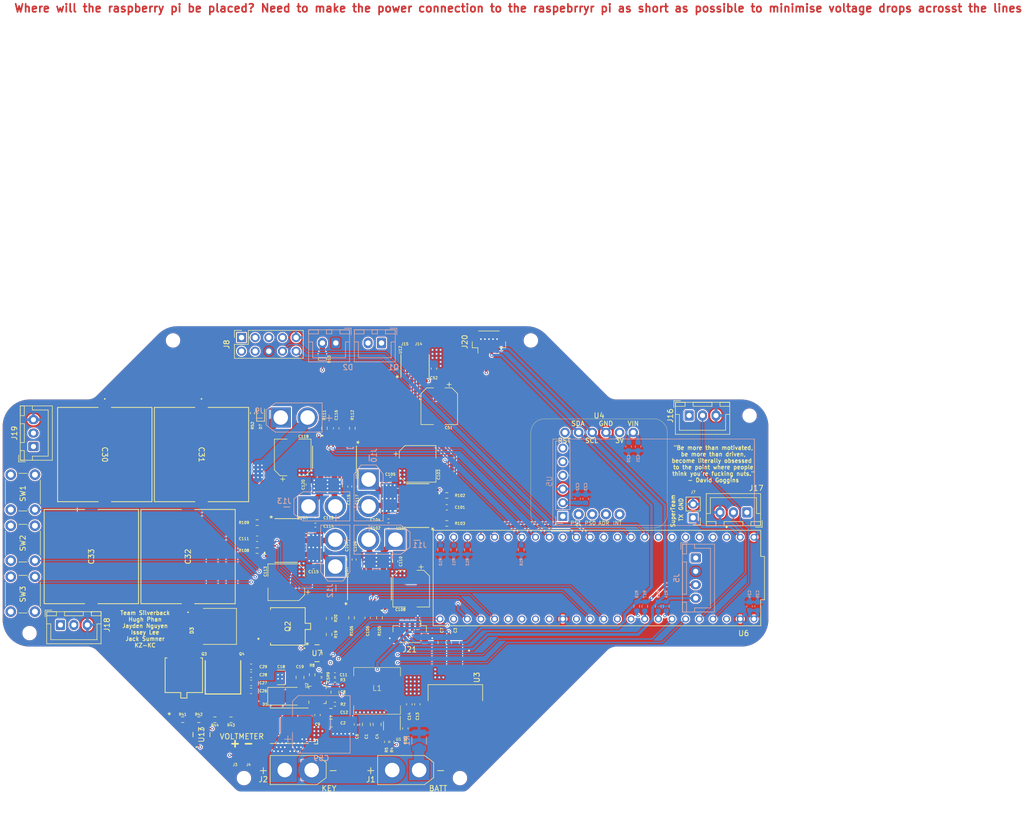
<source format=kicad_pcb>
(kicad_pcb (version 20221018) (generator pcbnew)
  (layers (0 "F.Cu" signal) (1 "In1.Cu" signal) (2 "In2.Cu" signal) (31 "B.Cu" signal) (34 "B.Paste" user) (35 "F.Paste" user) (36 "B.SilkS" user "B.Silkscreen") (37 "F.SilkS" user "F.Silkscreen") (38 "B.Mask" user) (39 "F.Mask" user) (44 "Edge.Cuts" user))
  (net 0 "")
  (net 1 "Net-(U7-OUT)")
  (net 2 "Net-(U2-VCC)")
  (net 3 "Net-(U1-SW)")
  (net 4 "Net-(Q2-G)")
  (net 5 "Net-(D2-A)")
  (net 6 "Net-(D1-A)")
  (net 7 "GNDS")
  (net 8 "/SW3")
  (net 9 "/SW2")
  (net 10 "/SW1")
  (net 11 "/SUPERTMTX")
  (net 12 "/SDA")
  (net 13 "/SCL")
  (net 14 "/RPITX")
  (net 15 "/RPIRX")
  (net 16 "/M5IN2")
  (net 17 "/M5IN1")
  (net 18 "/M5B")
  (net 19 "/M5A")
  (net 20 "/M4IN2")
  (net 21 "/M4IN1")
  (net 22 "/M4B")
  (net 23 "/M4A")
  (net 24 "/M3IN2")
  (net 25 "/M3IN1")
  (net 26 "/M3B")
  (net 27 "/M3A")
  (net 28 "/M2IN2")
  (net 29 "/M2IN1")
  (net 30 "/M2B")
  (net 31 "/M2A")
  (net 32 "/M1IN2")
  (net 33 "/M1IN1")
  (net 34 "/M1B")
  (net 35 "/M1A")
  (net 36 "/KICK")
  (net 37 "/ENC4")
  (net 38 "/ENC3")
  (net 39 "/ENC2")
  (net 40 "/ENC1")
  (net 41 "+5V")
  (net 42 "+48V")
  (net 43 "+3V3")
  (net 44 "+15V")
  (net 45 "/BEAMBRK")
  (net 46 "Net-(J1-Pin_2)")
  (net 47 "/BTEN")
  (net 48 "Net-(U2-SS)")
  (net 49 "Net-(U2-COMP)")
  (net 50 "Net-(C11-Pad1)")
  (net 51 "Net-(C26-Pad2)")
  (net 52 "Net-(C27-Pad2)")
  (net 53 "Net-(C28-Pad2)")
  (net 58 "Net-(J9-Pin_2)")
  (net 59 "Net-(U2-RT)")
  (net 60 "Net-(U2-FB)")
  (net 61 "Net-(U6-A4)")
  (net 62 "Net-(U6-A5)")
  (net 66 "Net-(Q3-G)")
  (net 67 "Net-(Q3-D)")
  (net 84 "Net-(U13-OUT)")
  (net 85 "/CHRG")
  (net 86 "GNDPWR")
  (net 87 "Net-(D7-A)")
  (net 88 "Net-(D7-K)")
  (net 89 "Net-(Q4-Pad1)")
  (net 90 "Net-(U1-VBST)")
  (net 91 "Net-(U1-VFB)")
  (net 92 "/BTTX")
  (net 93 "/BTRX")
  (net 94 "Net-(U101-DVDD)")
  (net 95 "Net-(U101-CPH)")
  (net 96 "Net-(U101-CPL)")
  (net 97 "Net-(U101-VCP)")
  (net 98 "Net-(U102-DVDD)")
  (net 99 "Net-(U102-CPL)")
  (net 100 "Net-(U102-CPH)")
  (net 101 "Net-(U102-VCP)")
  (net 102 "Net-(U103-DVDD)")
  (net 103 "Net-(U103-CPL)")
  (net 104 "Net-(U103-CPH)")
  (net 105 "Net-(U103-VCP)")
  (net 106 "Net-(U104-DVDD)")
  (net 107 "Net-(U104-CPL)")
  (net 108 "Net-(U104-CPH)")
  (net 109 "Net-(U104-VCP)")
  (net 110 "Net-(U101-DISABLE)")
  (net 111 "Net-(U101-NFAULT)")
  (net 112 "Net-(U102-DISABLE)")
  (net 113 "Net-(U102-NFAULT)")
  (net 114 "Net-(U103-DISABLE)")
  (net 115 "Net-(U103-NFAULT)")
  (net 116 "Net-(U104-DISABLE)")
  (net 117 "Net-(U104-NFAULT)")
  (footprint "865060663015:CAP_WCAP-ASLL_16p0X17p0_WRE" (layer "F.Cu") (at 104 137.25 -90)
    (fp_text reference "C30")
    (fp_text value "865060663015")
  )
  (footprint "Resistor_SMD:R_0603_1608Metric" (layer "F.Cu") (at 145.75 167.75 90)
    (fp_text reference "R20")
    (fp_text value "10K")
  )
  (footprint "Capacitor_SMD:C_0805_2012Metric" (layer "F.Cu") (at 140.3375 178.75 -90)
    (fp_text reference "C19")
    (fp_text value "100nF")
  )
  (footprint "Connector_AMASS:AMASS_XT30U-M_1x02_P5.0mm_Vertical" (layer "F.Cu") (at 162.5 196 180)
    (fp_text reference "J1")
    (fp_text value "4S Battery")
  )
  (footprint "Capacitor_SMD:C_0603_1608Metric" (layer "F.Cu") (at 141.975 142.85 -90)
    (fp_text reference "C120")
    (fp_text value "0.1uF")
  )
  (footprint "Resistor_SMD:R_0805_2012Metric" (layer "F.Cu") (at 144.5 119.5 90)
    (fp_text reference "R13")
    (fp_text value "95R")
  )
  (footprint "Capacitor_SMD:CP_Elec_6.3x5.9" (layer "F.Cu") (at 137.779 161.025 180)
    (fp_text reference "C113")
    (fp_text value "47uF")
  )
  (footprint "Connector_PinHeader_2.54mm:PinHeader_1x02_P2.54mm_Vertical" (layer "F.Cu") (at 213.5 149.025 180)
    (fp_text reference "J7")
    (fp_text value "Superteam Reciever")
  )
  (footprint "Connector_Wire:SolderWirePad_1x01_SMD_1x2mm" (layer "F.Cu") (at 159.85 114.9)
    (fp_text reference "J15")
    (fp_text value "-Motor 5")
  )
  (footprint "MountingHole:MountingHole_2.2mm_M2" (layer "F.Cu") (at 90 170.5)
    (fp_text reference "H6" hide)
    (fp_text value "MountingHole")
  )
  (footprint "SBRD10200TR:DPAK228P1005X240-4N" (layer "F.Cu") (at 126.5 169.25 90)
    (fp_text reference "D3")
    (fp_text value "SBRD10200TR")
  )
  (footprint "Capacitor_SMD:C_0603_1608Metric" (layer "F.Cu") (at 131.2394 181.266352)
    (fp_text reference "C26")
    (fp_text value "470nF")
  )
  (footprint "Resistor_SMD:R_0603_1608Metric" (layer "F.Cu") (at 144.875 132.35 90)
    (fp_text reference "R111")
    (fp_text value "1K")
  )
  (footprint "Capacitor_SMD:C_0603_1608Metric" (layer "F.Cu") (at 131.2394 179.766352 180)
    (fp_text reference "C27")
    (fp_text value "470nF")
  )
  (footprint "Capacitor_SMD:C_0603_1608Metric" (layer "F.Cu") (at 131.2394 176.766352 180)
    (fp_text reference "C29")
    (fp_text value "470nF")
  )
  (footprint "Button_Switch_THT:SW_PUSH_6mm_H4.3mm" (layer "F.Cu") (at 86.5 157 90)
    (fp_text reference "SW2")
    (fp_text value "SPST")
  )
  (footprint "Package_TO_SOT_SMD:SOT-23-6" (layer "F.Cu") (at 157.43475 187.75 -90)
    (fp_text reference "U1")
    (fp_text value "TPS565208")
  )
  (footprint "Capacitor_SMD:C_0805_2012Metric" (layer "F.Cu") (at 154.68475 187.5 -90)
    (fp_text reference "C4")
    (fp_text value "10uF")
  )
  (footprint "Capacitor_SMD:C_0603_1608Metric" (layer "F.Cu") (at 143.2 151.275)
    (fp_text reference "C114")
    (fp_text value "1uF")
  )
  (footprint "Capacitor_SMD:C_0603_1608Metric" (layer "F.Cu") (at 157.15 141.975 180)
    (fp_text reference "C105")
    (fp_text value "0.1uF")
  )
  (footprint "Diode_SMD:D_SMA" (layer "F.Cu") (at 137.8375 182.25)
    (fp_text reference "D1")
    (fp_text value "SK220A")
  )
  (footprint "Capacitor_SMD:C_1210_3225Metric" (layer "F.Cu") (at 136.8375 178.75 180)
    (fp_text reference "C18")
    (fp_text value "2.2uF")
  )
  (footprint "Resistor_SMD:R_0603_1608Metric" (layer "F.Cu") (at 150.075 132.35 -90)
    (fp_text reference "R112")
    (fp_text value "10k")
  )
  (footprint "Capacitor_SMD:C_0805_2012Metric" (layer "F.Cu") (at 166.75 172.25 90)
    (fp_text reference "C7")
    (fp_text value "10uF")
  )
  (footprint "Capacitor_SMD:C_0603_1608Metric" (layer "F.Cu") (at 143.5875 185.75 90)
    (fp_text reference "C9")
    (fp_text value "1uF")
  )
  (footprint "Connector_JST:JST_XH_B3B-XH-A_1x03_P2.50mm_Vertical" (layer "F.Cu") (at 95.75 168.975)
    (fp_text reference "J18")
    (fp_text value "Encoder 3")
  )
  (footprint "Capacitor_SMD:C_0805_2012Metric" (layer "F.Cu") (at 146.0875 185.25 180)
    (fp_text reference "C12")
    (fp_text value "100nF")
  )
  (footprint "Capacitor_SMD:C_0603_1608Metric" (layer "F.Cu") (at 162.18475 183.75 -90)
    (fp_text reference "C13")
    (fp_text value "22uF")
  )
  (footprint "Capacitor_SMD:CP_Elec_6.3x5.9" (layer "F.Cu") (at 161.025 162.221 -90)
    (fp_text reference "C108")
    (fp_text value "47uF")
  )
  (footprint "MountingHole:MountingHole_2.2mm_M2" (layer "F.Cu") (at 183.3 116)
    (fp_text reference "H9" hide)
    (fp_text value "MountingHole")
  )
  (footprint "865060663015:CAP_WCAP-ASLL_16p0X17p0_WRE" (layer "F.Cu") (at 119.5 156.25 90)
    (fp_text reference "C32")
    (fp_text value "865060663015")
  )
  (footprint "2.3 PCBs:Adafruit IMU BNO055" (layer "F.Cu") (at 196 140.75 180)
    (fp_text reference "U4")
    (fp_text value "Adafruit_BNO055_STEMMA_QT")
  )
  (footprint "Capacitor_SMD:C_0402_1005Metric" (layer "F.Cu") (at 144.3375 179.225)
    (fp_text reference "C5")
    (fp_text value "12nF")
  )
  (footprint "Resistor_SMD:R_0603_1608Metric" (layer "F.Cu") (at 149.925 167.65 90)
    (fp_text reference "R106")
    (fp_text value "10k")
  )
  (footprint "865060663015:CAP_WCAP-ASLL_16p0X17p0_WRE" (layer "F.Cu") (at 101.5 156.25 90)
    (fp_text reference "C33")
    (fp_text value "865060663015")
  )
  (footprint "Resistor_SMD:R_0603_1608Metric" (layer "F.Cu") (at 167.65 150.075 180)
    (fp_text reference "R103")
    (fp_text value "10k")
  )
  (footprint "Resistor_SMD:R_0402_1005Metric" (layer "F.Cu") (at 156.43475 190.75 -90)
    (fp_text reference "R5")
    (fp_text value "10k")
  )
  (footprint "Connector_JST:JST_XH_B3B-XH-A_1x03_P2.50mm_Vertical" (layer "F.Cu") (at 212.75 129.975)
    (fp_text reference "J16")
    (fp_text value "Encoder 1")
  )
  (footprint "Resistor_SMD:R_0603_1608Metric" (layer "F.Cu") (at 121.5 186.625452)
    (fp_text reference "R42")
    (fp_text value "10K")
  )
  (footprint "Connector_Wire:SolderWirePad_1x01_SMD_1x2mm" (layer "F.Cu") (at 128.25 193.25)
    (fp_text reference "J3")
    (fp_text value "+VOLTMETER")
  )
  (footprint "Capacitor_SMD:C_0402_1005Metric" (layer "F.Cu") (at 146.8375 178.25)
    (fp_text reference "C11")
    (fp_text value "33nF")
  )
  (footprint "Button_Switch_THT:SW_PUSH_6mm_H4.3mm" (layer "F.Cu") (at 86.5 147.5 90)
    (fp_text reference "SW1")
    (fp_text value "SPST")
  )
  (footprint "Capacitor_SMD:C_0603_1608Metric" (layer "F.Cu") (at 156.8 150.475 180)
    (fp_text reference "C102")
    (fp_text value "47nF")
  )
  (footprint "Capacitor_SMD:C_0603_1608Metric" (layer "F.Cu") (at 149.525 156.8 90)
    (fp_text reference "C107")
    (fp_text value "47nF")
  )
  (footprint "DRV8231DDAR:SOIC8_DDA_TEX" (layer "F.Cu") (at 161.75 120.75 90)
    (fp_text reference "U12")
    (fp_text value "DRV8231DDAR")
  )
  (footprint "Resistor_SMD:R_0402_1005Metric" (layer "F.Cu") (at 144.3375 178.225)
    (fp_text reference "R9")
    (fp_text value "2K49")
  )
  (footprint "Capacitor_SMD:C_0603_1608Metric" (layer "F.Cu") (at 158.025 157.15 90)
    (fp_text reference "C110")
    (fp_text value "0.1uF")
  )
  (footprint "Capacitor_SMD:C_0603_1608Metric" (layer "F.Cu") (at 148.725 143.2 -90)
    (fp_text reference "C119")
    (fp_text value "1uF")
  )
  (footprint "Connector_JST:JST_XH_B3B-XH-A_1x03_P2.50mm_Vertical" (layer "F.Cu") (at 90.725 135.75 90)
    (fp_text reference "J19")
    (fp_text value "Encoder 4")
  )
  (footprint "Resistor_SMD:R_0603_1608Metric" (layer "F.Cu") (at 155.125 167.65 -90)
    (fp_text reference "R105")
    (fp_text value "1K")
  )
  (footprint "Resistor_SMD:R_0603_1608Metric" (layer "F.Cu") (at 118.5 186.625452)
    (fp_text reference "R41")
    (fp_text value "10R")
  )
  (footprint "Connector_JST:JST_XH_B3B-XH-A_1x03_P2.50mm_Vertical" (layer "F.Cu") (at 223.5 148.025 180)
    (fp_text reference "J17")
    (fp_text value "Encoder 2")
  )
  (footprint "Capacitor_SMD:C_0603_1608Metric" (layer "F.Cu") (at 150.475 143.2 -90)
    (fp_text reference "C117")
    (fp_text value "47nF")
  )
  (footprint "Resistor_SMD:R_0603_1608Metric" (layer "F.Cu") (at 142.5875 178.25 -90)
    (fp_text reference "R8")
    (fp_text value "118K")
  )
  (footprint "DRV8873HPWPR:PWP24_TEX" (layer "F.Cu") (at 162.221 146.750001 180)
    (fp_text reference "U101")
    (fp_text value "DRV8873HPWPR")
  )
  (footprint "DMN10H170SK3_13:QNMOS1G2D3S_TO252DPAK_DIO" (layer "F.Cu") (at 118.7133 178.338752)
    (fp_text reference "Q3")
    (fp_text value "DMN10H170SK3-13")
  )
  (footprint "Resistor_SMD:R_0603_1608Metric" (layer "F.Cu") (at 132.35 155.125 180)
    (fp_text reference "R108")
    (fp_text value "1K")
  )
  (footprint "Capacitor_SMD:C_0805_2012Metric" (layer "F.Cu") (at 169.25 172.25 90)
    (fp_text reference "C3")
    (fp_text value "10uF")
  )
  (footprint "Capacitor_SMD:C_0603_1608Metric" (layer "F.Cu") (at 165.25 121.25 -90)
    (fp_text reference "C52")
    (fp_text value "0.1uF")
  )
  (footprint "Resistor_SMD:R_0603_1608Metric" (layer "F.Cu") (at 127.5 186.625452 180)
    (fp_text reference "R43")
    (fp_text value "263R")
  )
  (footprint "Connector_Wire:SolderWirePad_1x01_SMD_1x2mm" (layer "F.Cu") (at 130.75 193.25)
    (fp_text reference "J4")
    (fp_text value "-VOLTMETER")
  )
  (footprint "Capacitor_SMD:C_0603_1608Metric" (layer "F.Cu") (at 147.075 132.35 -90)
    (fp_text reference "C116")
    (fp_text value "1uF")
  )
  (footprint "Connector_PinSocket_2.54mm:PinSocket_2x05_P2.54mm_Vertical" (layer "F.Cu") (at 129.45 115.46 90)
    (fp_text reference "J8")
    (fp_text value "Conn_02x05_Odd_Even")
  )
  (footprint "MountingHole:MountingHole_2.2mm_M2" (layer "F.Cu") (at 224 130)
    (fp_text reference "H1" hide)
    (fp_text value "MountingHole")
  )
  (footprint "DRV8873HPWPR:PWP24_TEX" (layer "F.Cu") (at 153.249999 162.221 90)
    (fp_text reference "U102")
    (fp_text value "DRV8873HPWPR")
  )
  (footprint "Capacitor_SMD:C_0603_1608Metric" (layer "F.Cu") (at 156.8 148.725 180)
    (fp_text reference "C104")
    (fp_text value "1uF")
  )
  (footprint "Resistor_SMD:R_0603_1608Metric" (layer "F.Cu") (at 132.35 149.925)
    (fp_text reference "R109")
    (fp_text value "10k")
  )
  (footprint "Capacitor_SMD:C_0603_1608Metric" (layer "F.Cu") (at 150.93475 187.5 -90)
    (fp_text reference "C6")
    (fp_text value "0.1uF")
  )
  (footprint "Resistor_SMD:R_0603_1608Metric" (layer "F.Cu") (at 145.75 170.75 90)
    (fp_text reference "R19")
    (fp_text value "10R")
  )
  (footprint "Connector_AMASS:AMASS_XT30U-F_1x02_P5.0mm_Vertical" (layer "F.Cu") (at 142.5 196 180)
    (fp_text reference "J2")
    (fp_text value "Power Switch")
  )
  (footprint "Connector_JST:JST_SH_BM04B-SRSS-TB_1x04-1MP_P1.00mm_Vertical" (layer "F.Cu") (at 175.5 116.25)
    (fp_text reference "J20")
    (fp_text value "Lidar 1")
  )
  (footprint "DGD0211CWT_7:TSOT25-TH_DIO" (layer "F.Cu") (at 121.991869 189.398083 90)
    (fp_text reference "U13")
    (fp_text value "DGD0211CWT-7")
  )
  (footprint "ASPI_0630LR_150M_T15:IND_ASPI-0630LR-150M-T15" (layer "F.Cu") (at 138.3375 187.75 180)
    (fp_text reference "L3")
    (fp_text value "ASPI-0630LR-150M-T15")
  )
  (footprint "865060663015:CAP_WCAP-ASLL_16p0X17p0_WRE" (layer "F.Cu") (at 122 137.25 -90)
    (fp_text reference "C31")
    (fp_text value "865060663015")
  )
  (footprint "MountingHole:MountingHole_2.2mm_M2" (layer "F.Cu") (at 170.1 197.5)
    (fp_text reference "H3" hide)
    (fp_text value "MountingHole")
  )
  (footprint "Capacitor_SMD:C_0603_1608Metric" (layer "F.Cu") (at 159.93475 188.25 -90)
    (fp_text reference "C10")
    (fp_text value "0.1uF")
  )
  (footprint "Resistor_SMD:R_0402_1005Metric" (layer "F.Cu") (at 146.8375 183.75)
    (fp_text reference "R2")
    (fp_text value "9K76")
  )
  (footprint "Button_Switch_THT:SW_PUSH_6mm_H4.3mm" (layer "F.Cu") (at 86.5 166.5 90)
    (fp_text reference "SW3")
    (fp_text value "SPST")
  )
  (footprint "Capacitor_SMD:CP_Elec_6.3x5.9" (layer "F.Cu") (at 138.975 137.779 90)
    (fp_text reference "C118")
    (fp_text value "47uF")
  )
  (footprint "MountingHole:MountingHole_2.2mm_M2" (layer "F.Cu") (at 129.9 197.5)
    (fp_text reference "H4" hide)
    (fp_text value "MountingHole")
  )
  (footprint "Connector_Wire:SolderWirePad_1x01_SMD_1x2mm" (layer "F.Cu") (at 162.4 114.9)
    (fp_text reference "J14")
    (fp_text value "+Motor 5")
  )
  (footprint "Capacitor_SMD:C_0603_1608Metric" (layer "F.Cu") (at 143.2 149.525)
    (fp_text reference "C112")
    (fp_text value "47nF")
  )
  (footprint "Capacitor_SMD:C_0603_1608Metric" (layer "F.Cu") (at 152.925 167.65 90)
    (fp_text reference "C106")
    (fp_text value "1uF")
  )
  (footprint "IRFR9024TRPBF:DPAK" (layer "F.Cu") (at 126 178.838752)
    (fp_text reference "Q4")
    (fp_text value "IRFR9024TRPBF")
  )
  (footprint "DGD0211CWT_7:TSOT25-TH_DIO" (layer "F.Cu") (at 143.5 174.25)
    (fp_text reference "U7")
    (fp_text value "DGD0211CWT-7")
  )
  (footprint "Capacitor_SMD:C_0603_1608Metric" (layer "F.Cu") (at 167.65 147.075 180)
    (fp_text reference "C101")
    (fp_text value "1uF")
  )
  (footprint "Capacitor_SMD:C_0805_2012Metric" (layer "F.Cu") (at 146.8375 181.5 -90)
    (fp_text reference "C8")
    (fp_text value "100pF")
  )
  (footprint "Resistor_SMD:R_0402_1005Metric" (layer "F.Cu") (at 131.5 129.55 -90)
    (fp_text reference "R52")
    (fp_text value "2K3")
  )
  (footprint "MountingHole:MountingHole_2.2mm_M2" (layer "F.Cu") (at 116.7 116)
    (fp_text reference "H8" hide)
    (fp_text value "MountingHole")
  )
  (footprint "Capacitor_SMD:CP_Elec_6.3x5.9" (layer "F.Cu") (at 166.25 128.25 -90)
    (fp_text reference "C51")
    (fp_text value "47uF")
  )
  (footprint "DRV8873HPWPR:PWP24_TEX" (layer "F.Cu") (at 146.750001 137.779 -90)
    (fp_text reference "U104")
    (fp_text value "DRV8873HPWPR")
  )
  (footprint "DMN10H170SK3_13:QNMOS1G2D3S_TO252DPAK_DIO" (layer "F.Cu") (at 138.0729 169.25 90)
    (fp_text reference "Q2")
    (fp_text value "DMN10H170SK3-13")
  )
  (footprint "Connector_JST:JST_SH_BM04B-SRSS-TB_1x04-1MP_P1.00mm_Vertical" (layer "F.Cu") (at 160.75 170.25 180)
    (fp_text reference "J21")
    (fp_text value "Lidar 2")
  )
  (footprint "Resistor_SMD:R_0603_1608Metric" (layer "F.Cu") (at 167.65 144.875)
    (fp_text reference "R102")
    (fp_text value "1K")
  )
  (footprint "DEV-16771:MODULE_DEV-16771" (layer "F.Cu") (at 195.6 160.25 180)
    (fp_text reference "U6")
    (fp_text value "DEV-16771")
  )
  (footprint "Capacitor_SMD:C_0603_1608Metric" (layer "F.Cu") (at 132.35 152.925)
    (fp_text reference "C111")
    (fp_text value "1uF")
  )
  (footprint "Resistor_SMD:R_0603_1608Metric" (layer "F.Cu") (at 124.5 186.625452)
    (fp_text reference "R44")
    (fp_text value "1K")
  )
  (footprint "LED_SMD:LED_0603_1608Metric" (layer "F.Cu") (at 133 129.55 90)
    (fp_text reference "D7")
    (fp_text value "LED")
  )
  (footprint "Resistor_SMD:R_0402_1005Metric" (layer "F.Cu") (at 146.8375 179.25)
    (fp_text reference "R3")
    (fp_text value "1K62")
  )
  (footprint "Inductor_SMD:MPXV1D0840" (layer "F.Cu") (at 154.68475 181.25)
    (fp_text reference "L1")
    (fp_text value "3.3uH")
  )
  (footprint "DRV8873HPWPR:PWP24_TEX" (layer "F.Cu") (at 137.779 153.249999)
    (fp_text reference "U103")
    (fp_text value "DRV8873HPWPR")
  )
  (footprint "Capacitor_SMD:C_0603_1608Metric" (layer "F.Cu") (at 142.85 158.025)
    (fp_text reference "C115")
    (fp_text value "0.1uF")
  )
  (footprint "Capacitor_SMD:C_0603_1608Metric" (layer "F.Cu") (at 151.275 156.8 90)
    (fp_text reference "C109")
    (fp_text value "1uF")
  )
  (footprint "LM1085IS_3_3_NOPB:TO254P1524X483-4N" (layer "F.Cu") (at 169.25 182.75 -90)
    (fp_text reference "U3")
    (fp_text value "LM1085IS-3.3")
  )
  (footprint "Capacitor_SMD:C_0805_2012Metric" (layer "F.Cu") (at 152.68475 187.5 -90)
    (fp_text reference "C1")
    (fp_text value "10uF")
  )
  (footprint "Capacitor_SMD:C_0603_1608Metric" (layer "F.Cu") (at 160.68475 183.75 -90)
    (fp_text reference "C14")
    (fp_text value "22uF")
  )
  (footprint "Resistor_SMD:R_0402_1005Metric" (layer "F.Cu") (at 157.43475 190.75 90)
    (fp_text reference "R4")
    (fp_text value "54k9")
  )
  (footprint "Capacitor_SMD:C_0805_2012Metric" (layer "F.Cu") (at 146.0875 187.25)
    (fp_text reference "C2")
    (fp_text value "4.7uF")
  )
  (footprint "Package_DFN_QFN:WQFN-16-1EP_3x3mm_P0.5mm_EP1.6x1.6mm" (layer "F.Cu") (at 143.5875 182 90)
    (fp_text reference "U2")
    (fp_text value "LM51581RTER")
  )
  (footprint "Capacitor_SMD:C_0603_1608Metric" (layer "F.Cu") (at 131.2394 178.266352)
    (fp_text reference "C28")
    (fp_text value "470nF")
  )
  (footprint "Capacitor_SMD:CP_Elec_6.3x5.9" (layer "F.Cu") (at 162.221 138.975)
    (fp_text reference "C103")
    (fp_text value "47uF")
  )
  (footprint "Resistor_SMD:R_0603_1608Metric" (layer "B.Cu") (at 208.5 165.5 90)
    (fp_text reference "R14")
    (fp_text value "4K7")
  )
  (footprint "Connector_JST:JST_XH_B2B-XH-A_1x02_P2.50mm_Vertical" (layer "B.Cu") (at 147 116.475 180)
    (fp_text reference "D2")
    (fp_text value "LED")
  )
  (footprint "Resistor_SMD:R_0603_1608Metric" (layer "B.Cu") (at 207 165.5 -90)
    (fp_text reference "R18")
    (fp_text value "10R")
  )
  (footprint "Connector_AMASS:AMASS_XT30U-M_1x02_P5.0mm_Vertical" (layer "B.Cu") (at 136.75 130.35)
    (fp_text reference "J9")
    (fp_text value "Solenoid")
  )
  (footprint "Capacitor_SMD:C_0603_1608Metric" (layer "B.Cu") (at 193.5 145.475 90)
    (fp_text reference "C23")
    (fp_text value "100nF")
  )
  (footprint "digikey-footprints:HC05 FLAT" (layer "B.Cu") (at 187.4 142.4)
    (fp_text reference "U5")
    (fp_text value "Bluetooth_Module_(HC-05)")
  )
  (footprint "Resistor_SMD:R_0603_1608Metric" (layer "B.Cu") (at 166.5 155 -90)
    (fp_text reference "R10")
    (fp_text value "10K")
  )
  (footprint "Capacitor_SMD:C_0603_1608Metric" (layer "B.Cu") (at 224 165.5 90)
    (fp_text reference "C24")
    (fp_text value "0.1uF")
  )
  (footprint "Connector_JST:JST_XH_B2B-XH-A_1x02_P2.50mm_Vertical" (layer "B.Cu") (at 155.5 116.475 180)
    (fp_text reference "Q1")
    (fp_text value "Q_Photo_NPN")
  )
  (footprint "Connector_AMASS:AMASS_XT30U-F_1x02_P5.0mm_Vertical" (layer "B.Cu") (at 141.9 146.9)
    (fp_text reference "J13")
    (fp_text value "Motor 4")
  )
  (footprint "Capacitor_SMD:C_0603_1608Metric" (layer "B.Cu") (at 203.25 135.75 -90)
    (fp_text reference "C21")
    (fp_text value "10uF")
  )
  (footprint "Resistor_SMD:R_0603_1608Metric" (layer "B.Cu") (at 204.5 165.5 -90)
    (fp_text reference "R17")
    (fp_text value "10R")
  )
  (footprint "Connector_AMASS:AMASS_XT30U-F_1x02_P5.0mm_Vertical" (layer "B.Cu") (at 153.1 141.9 -90)
    (fp_text reference "J10")
    (fp_text value "Motor 1")
  )
  (footprint "Resistor_SMD:R_0603_1608Metric" (layer "B.Cu") (at 171.5 155 -90)
    (fp_text reference "R12")
    (fp_text value "10K")
  )
  (footprint "Resistor_SMD:R_0603_1608Metric" (layer "B.Cu") (at 203 165.5 90)
    (fp_text reference "R15")
    (fp_text value "4K7")
  )
  (footprint "Capacitor_SMD:C_0603_1608Metric" (layer "B.Cu") (at 192 145.475 90)
    (fp_text reference "C22")
    (fp_text value "10uF")
  )
  (footprint "Capacitor_SMD:CP_Elec_10x10.5" (layer "B.Cu") (at 144.3 187.5)
    (fp_text reference "C59")
    (fp_text value "1000uF")
  )
  (footprint "Resistor_SMD:R_1210_3225Metric" (layer "B.Cu") (at 162.5 190.5 -90)
    (fp_text reference "R1")
    (fp_text value "0R")
  )
  (footprint "Connector_AMASS:AMASS_XT30U-F_1x02_P5.0mm_Vertical" (layer "B.Cu") (at 158.1 153.1 180)
    (fp_text reference "J11")
    (fp_text value "Motor 2")
  )
  (footprint "Connector_JST:JST_XH_B4B-XH-A_1x04_P2.50mm_Vertical" (layer "B.Cu") (at 213.975 156.5 -90)
    (fp_text reference "J5")
    (fp_text value "Line")
  )
  (footprint "Capacitor_SMD:C_0603_1608Metric" (layer "B.Cu") (at 225.5 165.5 90)
    (fp_text reference "C25")
    (fp_text value "10uF")
  )
  (footprint "Capacitor_SMD:C_0603_1608Metric" (layer "B.Cu") (at 201.5 135.75 -90)
    (fp_text reference "C20")
    (fp_text value "100nF")
  )
  (footprint "Resistor_SMD:R_0603_1608Metric" (layer "B.Cu") (at 181.5 155 -90)
    (fp_text reference "R16")
    (fp_text value "10K")
  )
  (footprint "Resistor_SMD:R_0603_1608Metric" (layer "B.Cu") (at 168.95 155 -90)
    (fp_text reference "R11")
    (fp_text value "10K")
  )
  (footprint "Connector_AMASS:AMASS_XT30U-F_1x02_P5.0mm_Vertical" (layer "B.Cu") (at 146.9 158.1 90)
    (fp_text reference "J12")
    (fp_text value "Motor 3")
  )
  (gr_arc (start 171.652544 199.560659) (mid 171.165908 199.885813) (end 170.591884 199.999999) (stroke (width 0.01)) (layer "Edge.Cuts"))
  (gr_line (start 100.751263 127) (end 90 127) (stroke (width 0.01)) (layer "Edge.Cuts"))
  (gr_line (start 197.48097 126.267767) (end 186.031224 114.81802) (stroke (width 0.01)) (layer "Edge.Cuts"))
  (gr_arc (start 222.5 127) (mid 226.035534 128.464466) (end 227.5 132) (stroke (width 0.01)) (layer "Edge.Cuts"))
  (gr_line (start 171.652544 199.560659) (end 197.48097 173.732233) (stroke (width 0.01)) (layer "Edge.Cuts"))
  (gr_arc (start 85 132) (mid 86.464466 128.464466) (end 90 127) (stroke (width 0.01)) (layer "Edge.Cuts"))
  (gr_arc (start 102.51903 126.267767) (mid 101.707972 126.809699) (end 100.751263 127) (stroke (width 0.01)) (layer "Edge.Cuts"))
  (gr_line (start 222.5 127) (end 199.248737 127) (stroke (width 0.01)) (layer "Edge.Cuts"))
  (gr_line (start 129.408116 199.999999) (end 170.591884 199.999999) (stroke (width 0.01)) (layer "Edge.Cuts"))
  (gr_arc (start 100.751263 173) (mid 101.707972 173.190301) (end 102.51903 173.732233) (stroke (width 0.01)) (layer "Edge.Cuts"))
  (gr_arc (start 90 173) (mid 86.464466 171.535534) (end 85 168) (stroke (width 0.01)) (layer "Edge.Cuts"))
  (gr_line (start 90 173) (end 100.751263 173) (stroke (width 0.01)) (layer "Edge.Cuts"))
  (gr_arc (start 197.48097 173.732233) (mid 198.292031 173.190313) (end 199.248737 173) (stroke (width 0.01)) (layer "Edge.Cuts"))
  (gr_line (start 182.49569 113.353554) (end 117.50431 113.353554) (stroke (width 0.01)) (layer "Edge.Cuts"))
  (gr_arc (start 199.248737 127) (mid 198.292021 126.809711) (end 197.48097 126.267767) (stroke (width 0.01)) (layer "Edge.Cuts"))
  (gr_line (start 102.51903 173.732233) (end 128.347456 199.560659) (stroke (width 0.01)) (layer "Edge.Cuts"))
  (gr_line (start 227.5 168) (end 227.5 132) (stroke (width 0.01)) (layer "Edge.Cuts"))
  (gr_arc (start 113.968776 114.81802) (mid 115.590893 113.734156) (end 117.50431 113.353554) (stroke (width 0.01)) (layer "Edge.Cuts"))
  (gr_arc (start 227.5 168) (mid 226.035534 171.535534) (end 222.5 173) (stroke (width 0.01)) (layer "Edge.Cuts"))
  (gr_line (start 85 132) (end 85 168) (stroke (width 0.01)) (layer "Edge.Cuts"))
  (gr_arc (start 182.49569 113.353554) (mid 184.409112 113.73415) (end 186.031224 114.81802) (stroke (width 0.01)) (layer "Edge.Cuts"))
  (gr_line (start 113.968776 114.81802) (end 102.51903 126.267767) (stroke (width 0.01)) (layer "Edge.Cuts"))
  (gr_arc (start 129.408116 199.999999) (mid 128.834091 199.885818) (end 128.347456 199.560659) (stroke (width 0.01)) (layer "Edge.Cuts"))
  (gr_line (start 199.248737 173) (end 222.5 173) (stroke (width 0.01)) (layer "Edge.Cuts"))
  (gr_text "Where will the raspberry pi be placed? Need to make the power connection to the raspebrryr pi as short as possible to minimise voltage drops acrosst the lines" (at 87 55) (layer "F.Cu") (effects (font (size 1.5 1.5) (thickness 0.3) bold) (justify left bottom)))
  (gr_text "GND" (at 211.25 146.5 90) (layer "F.SilkS") (effects (font (size 0.75 0.75) (thickness 0.15) bold)))
  (gr_text "Team Silverback\nHugh Phan\nJayden Nguyen\nIssey Lee\nJack Sumner\nKZ-KC" (at 111.5 169.75) (layer "F.SilkS") (effects (font (size 0.75 0.75) (thickness 0.15) bold)))
  (gr_text "{dblquote}Be more than motivated,\nbe more than driven,\nbecome literally obsessed \nto the point where people\nthink you're fucking nuts.{dblquote}\n- David Goggins" (at 217.25 139) (layer "F.SilkS") (effects (font (size 0.75 0.75) (thickness 0.15) bold)))
  (gr_text "VOLTMETER" (at 129.5 189.75) (layer "F.SilkS") (effects (font (size 1 1))))
  (gr_text "KEY" (at 144.25 200) (layer "F.SilkS") (effects (font (size 1 1)) (justify left bottom)))
  (gr_text "-" (at 130.75 191) (layer "F.SilkS") (effects (font (size 1.5 1.5) (thickness 0.3) bold)))
  (gr_text "TX" (at 211.25 149 90) (layer "F.SilkS") (effects (font (size 0.75 0.75) (thickness 0.15) bold)))
  (gr_text "BATT" (at 164.25 200) (layer "F.SilkS") (effects (font (size 1 1)) (justify left bottom)))
  (gr_text "SuperTeam" (at 209.75 147.75 90) (layer "F.SilkS") (effects (font (size 0.75 0.75) (thickness 0.15) bold)))
  (gr_text "+" (at 128.25 191) (layer "F.SilkS") (effects (font (size 1.5 1.5) (thickness 0.3) bold)))
  (segment (start 145.75 172.149499) (end 145.75 171.575) (width 0.75) (layer "F.Cu") (net 1))
  (segment (start 144.5995 173.299999) (end 145.75 172.149499) (width 0.75) (layer "F.Cu") (net 1))
  (segment (start 143.3375 184.725) (end 143.3375 183.4375) (width 0.25) (layer "F.Cu") (net 2))
  (segment (start 158.037998 187.6) (end 157.43475 186.996752) (width 0.25) (layer "F.Cu") (net 3))
  (segment (start 155.93475 183.75) (end 157.43475 185.25) (width 0.75) (layer "F.Cu") (net 3))
  (segment (start 151.06525 183.75) (end 155.93475 183.75) (width 0.75) (layer "F.Cu") (net 3))
  (segment (start 151.06525 181.25) (end 151.06525 183.75) (width 0.75) (layer "F.Cu") (net 3))
  (segment (start 157.43475 185.25) (end 157.43475 186.6125) (width 0.75) (layer "F.Cu") (net 3))
  (segment (start 159.80975 187.6) (end 158.037998 187.6) (width 0.25) (layer "F.Cu") (net 3))
  (segment (start 145.0179 169.925) (end 143.4069 171.536) (width 0.75) (layer "F.Cu") (net 4))
  (segment (start 145.75 169.925) (end 145.75 168.575) (width 0.75) (layer "F.Cu") (net 4))
  (segment (start 145.75 169.925) (end 145.0179 169.925) (width 0.75) (layer "F.Cu") (net 4))
  (segment (start 144.5 118.5875) (end 144.5 116.475) (width 1) (layer "F.Cu") (net 5))
  (segment (start 142 181.4) (end 140.6875 181.4) (width 1) (layer "F.Cu") (net 6))
  (segment (start 140.6875 181.4) (end 139.8375 182.25) (width 1) (layer "F.Cu") (net 6))
  (segment (start 139.8375 182.25) (end 135.3125 186.775) (width 1) (layer "F.Cu") (net 6))
  (segment (start 162.25 168.925) (end 162.25 167.2455) (width 0.5) (layer "F.Cu") (net 7))
  (segment (start 156.8 171.45) (end 157.95 171.45) (width 0.75) (layer "F.Cu") (net 7))
  (segment (start 164.7 171.45) (end 163.55 171.45) (width 0.75) (layer "F.Cu") (net 7))
  (via (at 175.5 115.75) (size 0.6) (drill 0.3) (layers "F.Cu" "B.Cu") (net 7))
  (via (at 164.95 171.45) (size 0.6) (drill 0.3) (layers "F.Cu" "B.Cu") (net 7))
  (via (at 176.25 115.75) (size 0.6) (drill 0.3) (layers "F.Cu" "B.Cu") (net 7))
  (via (at 174 115.75) (size 0.6) (drill 0.3) (layers "F.Cu" "B.Cu") (net 7))
  (via (at 174.75 115.75) (size 0.6) (drill 0.3) (layers "F.Cu" "B.Cu") (net 7))
  (via (at 162.25 167.2455) (size 0.6) (drill 0.3) (layers "F.Cu" "B.Cu") (net 7))
  (via (at 157.05 171.45) (size 0.6) (drill 0.3) (layers "F.Cu" "B.Cu") (net 7))
  (via (at 177 115.75) (size 0.6) (drill 0.3) (layers "F.Cu" "B.Cu") (net 7))
  (via (at 131.25 161) (size 0.6) (drill 0.3) (layers "F.Cu" "B.Cu") (net 8))
  (segment (start 131.25 161) (end 92 161) (width 0.25) (layer "B.Cu") (net 8))
  (segment (start 92 161) (end 91 160) (width 0.25) (layer "B.Cu") (net 8))
  (segment (start 171.47 152.63) (end 171.47 154.145) (width 0.25) (layer "B.Cu") (net 8))
  (via (at 132 160) (size 0.6) (drill 0.3) (layers "F.Cu" "B.Cu") (net 9))
  (segment (start 168.93 152.63) (end 168.93 154.155) (width 0.25) (layer "B.Cu") (net 9))
  (segment (start 129 157) (end 91 157) (width 0.25) (layer "B.Cu") (net 9))
  (segment (start 132 160) (end 129 157) (width 0.25) (layer "B.Cu") (net 9))
  (via (at 132.75 159) (size 0.6) (drill 0.3) (layers "F.Cu" "B.Cu") (net 10))
  (segment (start 166.39 152.63) (end 166.39 154.065) (width 0.5) (layer "B.Cu") (net 10))
  (segment (start 132.75 159) (end 121.25 147.5) (width 0.25) (layer "B.Cu") (net 10))
  (segment (start 121.25 147.5) (end 91 147.5) (width 0.25) (layer "B.Cu") (net 10))
  (segment (start 213.5 149.025) (end 215.225 150.75) (width 0.5) (layer "B.Cu") (net 11))
  (segment (start 215.225 150.75) (end 220.5 150.75) (width 0.5) (layer "B.Cu") (net 11))
  (segment (start 220.5 150.75) (end 222.27 152.52) (width 0.5) (layer "B.Cu") (net 11))
  (segment (start 176 118.75) (end 176 117.575) (width 0.5) (layer "F.Cu") (net 12))
  (segment (start 205.75 164) (end 208.25 161.5) (width 0.5) (layer "F.Cu") (net 12))
  (segment (start 160.25 170.75) (end 160.25 168.925) (width 0.5) (layer "F.Cu") (net 12))
  (segment (start 208.25 161.5) (end 213.975 161.5) (width 0.5) (layer "F.Cu") (net 12))
  (segment (start 160.75 171.25) (end 160.25 170.75) (width 0.5) (layer "F.Cu") (net 12))
  (via (at 160.75 171.25) (size 0.6) (drill 0.3) (layers "F.Cu" "B.Cu") (net 12))
  (via (at 176 118.75) (size 0.6) (drill 0.3) (layers "F.Cu" "B.Cu") (net 12))
  (via (at 205.75 164) (size 0.6) (drill 0.3) (layers "F.Cu" "B.Cu") (net 12))
  (segment (start 203 164.675) (end 205.75 161.925) (width 0.5) (layer "B.Cu") (net 12))
  (segment (start 160.75 171.25) (end 161.75 172.25) (width 0.5) (layer "B.Cu") (net 12))
  (segment (start 161.75 172.25) (end 171.35 172.25) (width 0.5) (layer "B.Cu") (net 12))
  (segment (start 205.75 161.925) (end 205.75 146.69) (width 0.5) (layer "B.Cu") (net 12))
  (segment (start 200.75 168.25) (end 200.75 167) (width 0.5) (layer "B.Cu") (net 12))
  (segment (start 204.5 164.675) (end 205.075 164.675) (width 0.5) (layer "B.Cu") (net 12))
  (segment (start 199.5 169.5) (end 200.75 168.25) (width 0.5) (layer "B.Cu") (net 12))
  (segment (start 200.75 167) (end 203 164.75) (width 0.5) (layer "B.Cu") (net 12))
  (segment (start 176 118.75) (end 177.81 118.75) (width 0.5) (layer "B.Cu") (net 12))
  (segment (start 174.1 169.5) (end 199.5 169.5) (width 0.5) (layer "B.Cu") (net 12))
  (segment (start 204.5 164.675) (end 203 164.675) (width 0.5) (layer "B.Cu") (net 12))
  (segment (start 177.81 118.75) (end 192.19 133.13) (width 0.5) (layer "B.Cu") (net 12))
  (segment (start 171.35 172.25) (end 174.1 169.5) (width 0.5) (layer "B.Cu") (net 12))
  (segment (start 205.75 146.69) (end 192.19 133.13) (width 0.5) (layer "B.Cu") (net 12))
  (segment (start 205.075 164.675) (end 205.75 164) (width 0.5) (layer "B.Cu") (net 12))
  (segment (start 160 172.5) (end 159.25 171.75) (width 0.5) (layer "F.Cu") (net 13))
  (segment (start 159.25 171.75) (end 159.25 168.925) (width 0.5) (layer "F.Cu") (net 13))
  (segment (start 177.795023 117.575) (end 177 117.575) (width 0.5) (layer "F.Cu") (net 13))
  (via (at 177.795023 117.575) (size 0.6) (drill 0.3) (layers "F.Cu" "B.Cu") (net 13))
  (via (at 160 172.5) (size 0.6) (drill 0.3) (layers "F.Cu" "B.Cu") (net 13))
  (segment (start 208.25 163.425) (end 207 164.675) (width 0.5) (layer "B.Cu") (net 13))
  (segment (start 177.795023 117.575) (end 178.425 117.575) (width 0.5) (layer "B.Cu") (net 13))
  (segment (start 208.25 146.65) (end 208.25 163.425) (width 0.5) (layer "B.Cu") (net 13))
  (segment (start 208.5 164.675) (end 207 164.675) (width 0.5) (layer "B.Cu") (net 13))
  (segment (start 178.425 117.575) (end 179.175 117.575) (width 0.5) (layer "B.Cu") (net 13))
  (segment (start 172.5 173.5) (end 175.25 170.75) (width 0.5) (layer "B.Cu") (net 13))
  (segment (start 205.926 168.074) (end 205.926 165.749) (width 0.5) (layer "B.Cu") (net 13))
  (segment (start 175.25 170.75) (end 203.25 170.75) (width 0.5) (layer "B.Cu") (net 13))
  (segment (start 179.175 117.575) (end 194.73 133.13) (width 0.5) (layer "B.Cu") (net 13))
  (segment (start 161 173.5) (end 172.5 173.5) (width 0.5) (layer "B.Cu") (net 13))
  (segment (start 205.926 165.749) (end 207 164.675) (width 0.5) (layer "B.Cu") (net 13))
  (segment (start 160 172.5) (end 161 173.5) (width 0.5) (layer "B.Cu") (net 13))
  (segment (start 194.73 133.13) (end 208.25 146.65) (width 0.5) (layer "B.Cu") (net 13))
  (segment (start 209.175 164) (end 208.5 164.675) (width 0.5) (layer "B.Cu") (net 13))
  (segment (start 203.25 170.75) (end 205.926 168.074) (width 0.5) (layer "B.Cu") (net 13))
  (segment (start 213.975 164) (end 209.175 164) (width 0.5) (layer "B.Cu") (net 13))
  (segment (start 203 150.25) (end 205 152.25) (width 0.25) (layer "B.Cu") (net 14))
  (segment (start 137.07 118) (end 138.32 116.75) (width 0.25) (layer "B.Cu") (net 14))
  (segment (start 138.32 116.75) (end 140.260027 116.75) (width 0.25) (layer "B.Cu") (net 14))
  (segment (start 141.760027 118.25) (end 156.25 118.25) (width 0.25) (layer "B.Cu") (net 14))
  (segment (start 140.260027 116.75) (end 141.760027 118.25) (width 0.25) (layer "B.Cu") (net 14))
  (segment (start 188.25 150.25) (end 203 150.25) (width 0.25) (layer "B.Cu") (net 14))
  (segment (start 156.25 118.25) (end 188.25 150.25) (width 0.25) (layer "B.Cu") (net 14))
  (segment (start 141.05 119.44) (end 155.44 119.44) (width 0.25) (layer "B.Cu") (net 15))
  (segment (start 200.57 151.25) (end 201.95 152.63) (width 0.25) (layer "B.Cu") (net 15))
  (segment (start 139.61 118) (end 141.05 119.44) (width 0.25) (layer "B.Cu") (net 15))
  (segment (start 187.25 151.25) (end 200.57 151.25) (width 0.25) (layer "B.Cu") (net 15))
  (segment (start 155.44 119.44) (end 187.25 151.25) (width 0.25) (layer "B.Cu") (net 15))
  (segment (start 161.115 123.47415) (end 161.25 123.60915) (width 0.25) (layer "F.Cu") (net 16))
  (segment (start 167.929223 138.044633) (end 167.929223 141.929223) (width 0.25) (layer "F.Cu") (net 16))
  (segment (start 177.25 151.25) (end 190.41 151.25) (width 0.25) (layer "F.Cu") (net 16))
  (segment (start 161.25 123.60915) (end 161.25 131.36541) (width 0.25) (layer "F.Cu") (net 16))
  (segment (start 161.25 131.36541) (end 167.929223 138.044633) (width 0.25) (layer "F.Cu") (net 16))
  (segment (start 190.41 151.25) (end 191.79 152.63) (width 0.25) (layer "F.Cu") (net 16))
  (segment (start 167.929223 141.929223) (end 177.25 151.25) (width 0.25) (layer "F.Cu") (net 16))
  (segment (start 162.385 130.635) (end 169.25 137.5) (width 0.25) (layer "F.Cu") (net 17))
  (segment (start 162.385 123.47415) (end 162.385 130.635) (width 0.25) (layer "F.Cu") (net 17))
  (segment (start 191.7 150) (end 194.33 152.63) (width 0.25) (layer "F.Cu") (net 17))
  (segment (start 169.25 137.5) (end 169.25 141.5) (width 0.25) (layer "F.Cu") (net 17))
  (segment (start 177.75 150) (end 191.7 150) (width 0.25) (layer "F.Cu") (net 17))
  (segment (start 169.25 141.5) (end 177.75 150) (width 0.25) (layer "F.Cu") (net 17))
  (segment (start 159.85 118.02085) (end 159.845 118.02585) (width 1) (layer "F.Cu") (net 18))
  (segment (start 159.85 114.9) (end 159.85 118.02085) (width 1) (layer "F.Cu") (net 18))
  (segment (start 162.385 114.915) (end 162.4 114.9) (width 1) (layer "F.Cu") (net 19))
  (segment (start 162.385 118.02585) (end 162.385 114.915) (width 1) (layer "F.Cu") (net 19))
  (segment (start 145.700497 134.932505) (end 145.775002 134.858) (width 0.25) (layer "F.Cu") (net 20))
  (segment (start 145.700497 136) (end 145.700497 134.932505) (width 0.25) (layer "F.Cu") (net 20))
  (via (at 145.700497 136) (size 0.6) (drill 0.3) (layers "F.Cu" "B.Cu") (net 20))
  (segment (start 146.891119 137.25) (end 146.866116 137.25) (width 0.25) (layer "B.Cu") (net 20))
  (segment (start 146.866116 137.25) (end 145.700497 136.084381) (width 0.25) (layer "B.Cu") (net 20))
  (segment (start 145.700497 136.084381) (end 145.700497 136) (width 0.25) (layer "B.Cu") (net 20))
  (segment (start 168.75 137.25) (end 184.13 152.63) (width 0.25) (layer "B.Cu") (net 20))
  (segment (start 146.891119 137.25) (end 168.75 137.25) (width 0.25) (layer "B.Cu") (net 20))
  (segment (start 184.13 152.63) (end 184.17 152.63) (width 0.25) (layer "B.Cu") (net 20))
  (segment (start 146.5 136) (end 146.5 134.932997) (width 0.25) (layer "F.Cu") (net 21))
  (segment (start 146.5 134.932997) (end 146.425003 134.858) (width 0.25) (layer "F.Cu") (net 21))
  (via (at 146.5 136) (size 0.6) (drill 0.3) (layers "F.Cu" "B.Cu") (net 21))
  (segment (start 186.63 152.63) (end 186.71 152.63) (width 0.25) (layer "B.Cu") (net 21))
  (segment (start 147.75 136.25) (end 146.75 136.25) (width 0.25) (layer "B.Cu") (net 21))
  (segment (start 170.25 136.25) (end 186.63 152.63) (width 0.25) (layer "B.Cu") (net 21))
  (segment (start 146.75 136.25) (end 146.5 136) (width 0.25) (layer "B.Cu") (net 21))
  (segment (start 147.75 136.25) (end 170.25 136.25) (width 0.25) (layer "B.Cu") (net 21))
  (segment (start 144.15 140.3) (end 144.15 144.65) (width 1) (layer "F.Cu") (net 22))
  (segment (start 144.475002 140.7) (end 144.2 140.7) (width 0.25) (layer "F.Cu") (net 22))
  (segment (start 144.15 144.65) (end 141.9 146.9) (width 1) (layer "F.Cu") (net 22))
  (segment (start 146.75 144.739214) (end 146.75 146.75) (width 1) (layer "F.Cu") (net 23))
  (segment (start 146.725 141.635786) (end 146.725 144.714214) (width 1) (layer "F.Cu") (net 23))
  (segment (start 147.074999 140.7) (end 146.8 140.7) (width 0.25) (layer "F.Cu") (net 23))
  (segment (start 146.75 140.35) (end 146.75 141.610786) (width 1) (layer "F.Cu") (net 23))
  (segment (start 146.75 141.610786) (end 146.725 141.635786) (width 1) (layer "F.Cu") (net 23))
  (segment (start 146.725 144.714214) (end 146.75 144.739214) (width 1) (layer "F.Cu") (net 23))
  (segment (start 136 154.25) (end 134.883002 154.25) (width 0.25) (layer "F.Cu") (net 24))
  (segment (start 134.883002 154.25) (end 134.858 154.224998) (width 0.25) (layer "F.Cu") (net 24))
  (via (at 136 154.25) (size 0.6) (drill 0.3) (layers "F.Cu" "B.Cu") (net 24))
  (segment (start 136.25 154.5) (end 136.25 158.5) (width 0.25) (layer "B.Cu") (net 24))
  (segment (start 136 154.25) (end 136.25 154.5) (width 0.25) (layer "B.Cu") (net 24))
  (segment (start 140.5 162.75) (end 189.21 162.75) (width 0.25) (layer "B.Cu") (net 24))
  (segment (start 189.21 162.75) (end 194.33 167.87) (width 0.25) (layer "B.Cu") (net 24))
  (segment (start 136.25 158.5) (end 140.5 162.75) (width 0.25) (layer "B.Cu") (net 24))
  (segment (start 136.073 153.25) (end 135.998003 153.25) (width 0.25) (layer "F.Cu") (net 25))
  (segment (start 135.673006 153.574997) (end 134.858 153.574997) (width 0.25) (layer "F.Cu") (net 25))
  (segment (start 135.998003 153.25) (end 135.673006 153.574997) (width 0.25) (layer "F.Cu") (net 25))
  (via (at 136.073 153.25) (size 0.6) (drill 0.3) (layers "F.Cu" "B.Cu") (net 25))
  (segment (start 190.75 161.75) (end 196.87 167.87) (width 0.25) (layer "B.Cu") (net 25))
  (segment (start 136.25 153.25) (end 136.75 153.75) (width 0.25) (layer "B.Cu") (net 25))
  (segment (start 136.75 157.75) (end 140.75 161.75) (width 0.25) (layer "B.Cu") (net 25))
  (segment (start 140.75 161.75) (end 190.75 161.75) (width 0.25) (layer "B.Cu") (net 25))
  (segment (start 136.75 153.75) (end 136.75 157.75) (width 0.25) (layer "B.Cu") (net 25))
  (segment (start 136.073 153.25) (end 136.25 153.25) (width 0.25) (layer "B.Cu") (net 25))
  (segment (start 140.3 155.85) (end 144.65 155.85) (width 1) (layer "F.Cu") (net 26))
  (segment (start 140.7 155.524998) (end 140.7 155.8) (width 0.25) (layer "F.Cu") (net 26))
  (segment (start 144.65 155.85) (end 146.9 158.1) (width 1) (layer "F.Cu") (net 26))
  (segment (start 144.714214 153.275) (end 144.739214 153.25) (width 1) (layer "F.Cu") (net 27))
  (segment (start 141.635786 153.275) (end 144.714214 153.275) (width 1) (layer "F.Cu") (net 27))
  (segment (start 141.610786 153.25) (end 141.635786 153.275) (width 1) (layer "F.Cu") (net 27))
  (segment (start 144.739214 153.25) (end 146.75 153.25) (width 1) (layer "F.Cu") (net 27))
  (segment (start 140.35 153.25) (end 141.610786 153.25) (width 1) (layer "F.Cu") (net 27))
  (segment (start 140.7 152.925001) (end 140.7 153.2) (width 0.25) (layer "F.Cu") (net 27))
  (segment (start 154.5 163.927) (end 154.224998 164.202002) (width 0.25) (layer "F.Cu") (net 28))
  (segment (start 154.224998 164.202002) (end 154.224998 165.142) (width 0.25) (layer "F.Cu") (net 28))
  (via (at 154.5 163.927) (size 0.6) (drill 0.3) (layers "F.Cu" "B.Cu") (net 28))
  (segment (start 154.5 163.927) (end 154.677 163.75) (width 0.25) (layer "B.Cu") (net 28))
  (segment (start 154.677 163.75) (end 169.89 163.75) (width 0.25) (layer "B.Cu") (net 28))
  (segment (start 169.89 163.75) (end 174.01 167.87) (width 0.25) (layer "B.Cu") (net 28))
  (segment (start 153.574997 164.046598) (end 153.574997 165.142) (width 0.25) (layer "F.Cu") (net 29))
  (segment (start 153.641102 163.980493) (end 153.574997 164.046598) (width 0.25) (layer "F.Cu") (net 29))
  (via (at 153.641102 163.980493) (size 0.6) (drill 0.3) (layers "F.Cu" "B.Cu") (net 29))
  (segment (start 153.641102 163.902014) (end 154.293116 163.25) (width 0.25) (layer "B.Cu") (net 29))
  (segment (start 154.293116 163.25) (end 171.93 163.25) (width 0.25) (layer "B.Cu") (net 29))
  (segment (start 153.641102 163.980493) (end 153.641102 163.902014) (width 0.25) (layer "B.Cu") (net 29))
  (segment (start 171.93 163.25) (end 176.55 167.87) (width 0.25) (layer "B.Cu") (net 29))
  (segment (start 155.524998 159.3) (end 155.8 159.3) (width 0.25) (layer "F.Cu") (net 30))
  (segment (start 155.85 155.35) (end 158.1 153.1) (width 1) (layer "F.Cu") (net 30))
  (segment (start 155.85 159.7) (end 155.85 155.35) (width 1) (layer "F.Cu") (net 30))
  (segment (start 153.275 155.285786) (end 153.25 155.260786) (width 1) (layer "F.Cu") (net 31))
  (segment (start 153.25 158.389214) (end 153.275 158.364214) (width 1) (layer "F.Cu") (net 31))
  (segment (start 152.925001 159.3) (end 153.2 159.3) (width 0.25) (layer "F.Cu") (net 31))
  (segment (start 153.25 155.260786) (end 153.25 153.25) (width 1) (layer "F.Cu") (net 31))
  (segment (start 153.25 159.65) (end 153.25 158.389214) (width 1) (layer "F.Cu") (net 31))
  (segment (start 153.275 158.364214) (end 153.275 155.285786) (width 1) (layer "F.Cu") (net 31))
  (segment (start 169.695002 145.775002) (end 176.55 152.63) (width 0.25) (layer "F.Cu") (net 32))
  (segment (start 165.142 145.775002) (end 169.695002 145.775002) (width 0.25) (layer "F.Cu") (net 32))
  (segment (start 166.272179 146.425003) (end 165.142 146.425003) (width 0.25) (layer "F.Cu") (net 33))
  (segment (start 168.877818 146.275) (end 166.422182 146.275) (width 0.25) (layer "F.Cu") (net 33))
  (segment (start 166.422182 146.275) (end 166.272179 146.425003) (width 0.25) (layer "F.Cu") (net 33))
  (segment (start 174.01 151.407182) (end 168.877818 146.275) (width 0.25) (layer "F.Cu") (net 33))
  (segment (start 174.01 152.63) (end 174.01 151.407182) (width 0.25) (layer "F.Cu") (net 33))
  (segment (start 155.35 144.15) (end 153.1 141.9) (width 1) (layer "F.Cu") (net 34))
  (segment (start 159.3 144.475002) (end 159.3 144.2) (width 0.25) (layer "F.Cu") (net 34))
  (segment (start 159.7 144.15) (end 155.35 144.15) (width 1) (layer "F.Cu") (net 34))
  (segment (start 158.389214 146.75) (end 158.364214 146.725) (width 1) (layer "F.Cu") (net 35))
  (segment (start 155.260786 146.75) (end 153.25 146.75) (width 1) (layer "F.Cu") (net 35))
  (segment (start 158.364214 146.725) (end 155.285786 146.725) (width 1) (layer "F.Cu") (net 35))
  (segment (start 155.285786 146.725) (end 155.260786 146.75) (width 1) (layer "F.Cu") (net 35))
  (segment (start 159.3 147.074999) (end 159.3 146.8) (width 0.25) (layer "F.Cu") (net 35))
  (segment (start 159.65 146.75) (end 158.389214 146.75) (width 1) (layer "F.Cu") (net 35))
  (segment (start 146.5 174.5) (end 145.799999 175.200001) (width 0.25) (layer "F.Cu") (net 36))
  (segment (start 145.799999 175.200001) (end 144.5995 175.200001) (width 0.25) (layer "F.Cu") (net 36))
  (via (at 146.5 174.5) (size 0.6) (drill 0.3) (layers "F.Cu" "B.Cu") (net 36))
  (segment (start 146.5 174.5) (end 153.13 167.87) (width 0.25) (layer "B.Cu") (net 36))
  (segment (start 153.13 167.87) (end 166.39 167.87) (width 0.25) (layer "B.Cu") (net 36))
  (via (at 158.5 174.5) (size 0.6) (drill 0.3) (layers "F.Cu" "B.Cu") (net 37))
  (segment (start 205.84 171.6) (end 209.57 167.87) (width 0.25) (layer "B.Cu") (net 37))
  (segment (start 177.3 171.6) (end 205.84 171.6) (width 0.25) (layer "B.Cu") (net 37))
  (segment (start 174.4 174.5) (end 177.3 171.6) (width 0.25) (layer "B.Cu") (net 37))
  (segment (start 158.5 174.5) (end 174.4 174.5) (width 0.25) (layer "B.Cu") (net 37))
  (via (at 146 176) (size 0.6) (drill 0.3) (layers "F.Cu" "B.Cu") (net 38))
  (via (at 158.5 176) (size 0.6) (drill 0.3) (layers "F.Cu" "B.Cu") (net 38))
  (segment (start 178.85 172.25) (end 207.73 172.25) (width 0.25) (layer "B.Cu") (net 38))
  (segment (start 175.1 176) (end 178.85 172.25) (width 0.25) (layer "B.Cu") (net 38))
  (segment (start 158.5 176) (end 175.1 176) (width 0.25) (layer "B.Cu") (net 38))
  (segment (start 207.73 172.25) (end 212.11 167.87) (width 0.25) (layer "B.Cu") (net 38))
  (segment (start 221 149.5) (end 223.249 151.749) (width 0.25) (layer "B.Cu") (net 39))
  (segment (start 221 148.025) (end 221 149.5) (width 0.25) (layer "B.Cu") (net 39))
  (segment (start 223.249 159.271) (end 214.65 167.87) (width 0.25) (layer "B.Cu") (net 39))
  (segment (start 223.249 151.749) (end 223.249 159.271) (width 0.25) (layer "B.Cu") (net 39))
  (segment (start 223.831 151.081) (end 223.831 161.229) (width 0.25) (layer "B.Cu") (net 40))
  (segment (start 215.25 140.4) (end 222.25 147.4) (width 0.25) (layer "B.Cu") (net 40))
  (segment (start 222.25 147.4) (end 222.25 149.5) (width 0.25) (layer "B.Cu") (net 40))
  (segment (start 223.831 161.229) (end 217.19 167.87) (width 0.25) (layer "B.Cu") (net 40))
  (segment (start 222.25 149.5) (end 223.831 151.081) (width 0.25) (layer "B.Cu") (net 40))
  (segment (start 215.25 129.975) (end 215.25 140.4) (width 0.25) (layer "B.Cu") (net 40))
  (segment (start 166.35 143.825003) (end 165.142 143.825003) (width 0.5) (layer "F.Cu") (net 41))
  (segment (start 144.5 120.4125) (end 144.5 121.5) (width 0.25) (layer "F.Cu") (net 41))
  (segment (start 156.174997 166.35) (end 156.174997 165.142) (width 0.5) (layer "F.Cu") (net 41))
  (segment (start 143.825003 133.65) (end 143.825003 134.858) (width 0.5) (layer "F.Cu") (net 41))
  (segment (start 133.65 156.174997) (end 134.858 156.174997) (width 0.5) (layer "F.Cu") (net 41))
  (segment (start 158.29 191.26) (end 157.43475 191.26) (width 0.25) (layer "F.Cu") (net 41))
  (segment (start 164.25 123.5) (end 163.68085 123.5) (width 0.5) (layer "F.Cu") (net 41))
  (via (at 161.68475 178.75) (size 0.6) (drill 0.3) (layers "F.Cu" "B.Cu") (net 41))
  (via (at 160.93475 181) (size 0.6) (drill 0.3) (layers "F.Cu" "B.Cu") (net 41))
  (via (at 160.18475 178.75) (size 0.6) (drill 0.3) (layers "F.Cu" "B.Cu") (net 41))
  (via (at 165.5 177.25) (size 0.6) (drill 0.3) (layers "F.Cu" "B.Cu") (net 41))
  (via (at 160.18475 181.75) (size 0.6) (drill 0.3) (layers "F.Cu" "B.Cu") (net 41))
  (via (at 167 178.75) (size 0.6) (drill 0.3) (layers "F.Cu" "B.Cu") (net 41))
  (via (at 162.43475 181.75) (size 0.6) (drill 0.3) (layers "F.Cu" "B.Cu") (net 41))
  (via (at 133.65 156.174997) (size 0.6) (drill 0.3) (layers "F.Cu" "B.Cu") (net 41))
  (via (at 166.35 143.825003) (size 0.6) (drill 0.3) (layers "F.Cu" "B.Cu") (net 41))
  (via (at 162.43475 180.25) (size 0.6) (drill 0.3) (layers "F.Cu" "B.Cu") (net 41))
  (via (at 165.5 178) (size 0.6) (drill 0.3) (layers "F.Cu" "B.Cu") (net 41))
  (via (at 161.68475 181.75) (size 0.6) (drill 0.3) (layers "F.Cu" "B.Cu") (net 41))
  (via (at 160.93475 179.5) (size 0.6) (drill 0.3) (layers "F.Cu" "B.Cu") (net 41))
  (via (at 164.25 123.5) (size 0.6) (drill 0.3) (layers "F.Cu" "B.Cu") (net 41))
  (via (at 160.93475 180.25) (size 0.6) (drill 0.3) (layers "F.Cu" "B.Cu") (net 41))
  (via (at 143.825003 133.65) (size 0.6) (drill 0.3) (layers "F.Cu" "B.Cu") (net 41))
  (via (at 161.68475 179.5) (size 0.6) (drill 0.3) (layers "F.Cu" "B.Cu") (net 41))
  (via (at 161.68475 180.25) (size 0.6) (drill 0.3) (layers "F.Cu" "B.Cu") (net 41))
  (via (at 144.5 121.5) (size 0.6) (drill 0.3) (layers "F.Cu" "B.Cu") (net 41))
  (via (at 160.93475 181.75) (size 0.6) (drill 0.3) (layers "F.Cu" "B.Cu") (net 41))
  (via (at 160.18475 181) (size 0.6) (drill 0.3) (layers "F.Cu" "B.Cu") (net 41))
  (via (at 162.43475 178.75) (size 0.6) (drill 0.3) (layers "F.Cu" "B.Cu") (net 41))
  (via (at 158.29 191.26) (size 0.6) (drill 0.3) (layers "F.Cu" "B.Cu") (net 41))
  (via (at 162.43475 179.5) (size 0.6) (drill 0.3) (layers "F.Cu" "B.Cu") (net 41))
  (via (at 160.18475 180.25) (size 0.6) (drill 0.3) (layers "F.Cu" "B.Cu") (net 41))
  (via (at 166.25 178.75) (size 0.6) (drill 0.3) (layers "F.Cu" "B.Cu") (net 41))
  (via (at 161.68475 181) (size 0.6) (drill 0.3) (layers "F.Cu" "B.Cu") (net 41))
  (via (at 160.93475 178.75) (size 0.6) (drill 0.3) (layers "F.Cu" "B.Cu") (net 41))
  (via (at 160.18475 179.5) (size 0.6) (drill 0.3) (layers "F.Cu" "B.Cu") (net 41))
  (via (at 162.43475 181) (size 0.6) (drill 0.3) (layers "F.Cu" "B.Cu") (net 41))
  (via (at 156.174997 166.35) (size 0.6) (drill 0.3) (layers "F.Cu" "B.Cu") (net 41))
  (via (at 165.5 178.75) (size 0.6) (drill 0.3) (layers "F.Cu" "B.Cu") (net 41))
  (segment (start 225.5 166.275) (end 225.5 167.18) (width 0.5) (layer "B.Cu") (net 41))
  (segment (start 193.46 146.21) (end 193.5 146.25) (width 0.25) (layer "B.Cu") (net 41))
  (segment (start 224 167.06) (end 224.81 167.87) (width 0.5) (layer "B.Cu") (net 41))
  (segment (start 224 166.275) (end 224 167.06) (width 0.5) (layer "B.Cu") (net 41))
  (segment (start 189.25 146.21) (end 193.46 146.21) (width 0.75) (layer "B.Cu") (net 41))
  (segment (start 224 166.275) (end 225.5 166.275) (width 0.5) (layer "B.Cu") (net 41))
  (segment (start 225.5 167.18) (end 224.81 167.87) (width 0.5) (layer "B.Cu") (net 41))
  (segment (start 140.3375 177.8) (end 139.2625 177.8) (width 0.5) (layer "F.Cu") (net 42))
  (segment (start 142.5875 177.425) (end 140.7125 177.425) (width 0.5) (layer "F.Cu") (net 42))
  (segment (start 130.4644 181.266352) (end 130.4644 181.511752) (width 1) (layer "F.Cu") (net 42))
  (segment (start 139.2625 177.8) (end 138.3125 178.75) (width 0.5) (layer "F.Cu") (net 42))
  (segment (start 128.325 186.625452) (end 128.325 183.881552) (width 0.5) (layer "F.Cu") (net 42))
  (segment (start 134.321148 183.766352) (end 128.2098 183.766352) (width 1) (layer "F.Cu") (net 42))
  (segment (start 135.8375 182.25) (end 134.321148 183.766352) (width 1) (layer "F.Cu") (net 42))
  (segment (start 138.3125 179.775) (end 135.8375 182.25) (width 0.5) (layer "F.Cu") (net 42))
  (segment (start 130.4644 181.511752) (end 128.2098 183.766352) (width 1) (layer "F.Cu") (net 42))
  (segment (start 140.7125 177.425) (end 140.3375 177.8) (width 0.5) (layer "F.Cu") (net 42))
  (segment (start 168 172.25) (end 168.95 173.2) (width 0.5) (layer "F.Cu") (net 43))
  (segment (start 175 122) (end 175 117.575) (width 0.5) (layer "F.Cu") (net 43))
  (segment (start 168 170.25) (end 168 172.25) (width 0.5) (layer "F.Cu") (net 43))
  (segment (start 161.25 168.925) (end 161.25 170.25) (width 0.5) (layer "F.Cu") (net 43))
  (via (at 175 122) (size 0.6) (drill 0.3) (layers "F.Cu" "B.Cu") (net 43))
  (via (at 208.25 167.25) (size 0.6) (drill 0.3) (layers "F.Cu" "B.Cu") (net 43))
  (via (at 168 170.25) (size 0.6) (drill 0.3) (layers "F.Cu" "B.Cu") (net 43))
  (via (at 203.25 167.25) (size 0.6) (drill 0.3) (layers "F.Cu" "B.Cu") (net 43))
  (via (at 154.75 177.25) (size 0.6) (drill 0.3) (layers "F.Cu" "B.Cu") (net 43))
  (via (at 143.86603 177.303292) (size 0.6) (drill 0.3) (layers "F.Cu" "B.Cu") (net 43))
  (via (at 161.25 170.25) (size 0.6) (drill 0.3) (layers "F.Cu" "B.Cu") (net 43))
  (segment (start 203 166.325) (end 203 167) (width 0.5) (layer "B.Cu") (net 43))
  (segment (start 208.5 167) (end 208.25 167.25) (width 0.5) (layer "B.Cu") (net 43))
  (segment (start 201.5 133.98) (end 202.35 133.13) (width 0.5) (layer "B.Cu") (net 43))
  (segment (start 154.75 176) (end 154.75 177.25) (width 0.5) (layer "B.Cu") (net 43))
  (segment (start 161.25 170.25) (end 160.5 170.25) (width 0.5) (layer "B.Cu") (net 43))
  (segment (start 201.5 134.975) (end 201.5 133.98) (width 0.5) (layer "B.Cu") (net 43))
  (segment (start 161.25 170.25) (end 168 170.25) (width 0.5) (layer "B.Cu") (net 43))
  (segment (start 160.5 170.25) (end 154.75 176) (width 0.5) (layer "B.Cu") (net 43))
  (segment (start 203.25 134.975) (end 203.25 134.03) (width 0.5) (layer "B.Cu") (net 43))
  (segment (start 208.5 166.325) (end 208.5 167) (width 0.5) (layer "B.Cu") (net 43))
  (segment (start 203.25 134.03) (end 202.35 133.13) (width 0.5) (layer "B.Cu") (net 43))
  (segment (start 203 167) (end 203.25 167.25) (width 0.5) (layer "B.Cu") (net 43))
  (segment (start 143.8375 183.95) (end 143.8375 183.4375) (width 0.25) (layer "F.Cu") (net 44))
  (segment (start 121.316869 190.772584) (end 121.041868 190.497583) (width 0.25) (layer "F.Cu") (net 44))
  (segment (start 146.124326 181.625) (end 145.760508 181.988818) (width 0.25) (layer "F.Cu") (net 44))
  (segment (start 121.772143 191.727857) (end 121.316869 191.272583) (width 0.25) (layer "F.Cu") (net 44))
  (segment (start 145.760508 181.988818) (end 145.760508 182) (width 0.25) (layer "F.Cu") (net 44))
  (segment (start 156.48475 187.3) (end 156.48475 186.6125) (width 0.5) (layer "F.Cu") (net 44))
  (segment (start 145.760508 182) (end 145.510508 182.25) (width 0.25) (layer "F.Cu") (net 44))
  (segment (start 121.316869 191.272583) (end 121.316869 190.772584) (width 0.25) (layer "F.Cu") (net 44))
  (segment (start 145.1375 185.25) (end 143.8375 183.95) (width 0.25) (layer "F.Cu") (net 44))
  (segment (start 128.25 193.25) (end 127.25 193.25) (width 0.25) (layer "F.Cu") (net 44))
  (segment (start 156.37225 186.725) (end 156.48475 186.6125) (width 0.5) (layer "F.Cu") (net 44))
  (segment (start 140.5 173.25) (end 142.350501 173.25) (width 0.25) (layer "F.Cu") (net 44))
  (segment (start 147.725 181.625) (end 146.124326 181.625) (width 0.25) (layer "F.Cu") (net 44))
  (segment (start 157.43475 188.8875) (end 157.43475 188.25) (width 0.5) (layer "F.Cu") (net 44))
  (segment (start 157.43475 188.25) (end 156.48475 187.3) (width 0.5) (layer "F.Cu") (net 44))
  (segment (start 148.1 182) (end 147.725 181.625) (width 0.25) (layer "F.Cu") (net 44))
  (segment (start 145.510508 182.25) (end 145.025 182.25) (width 0.25) (layer "F.Cu") (net 44))
  (via (at 152.275 155.7) (size 0.6) (drill 0.3) (layers "F.Cu" "B.Cu") (net 44))
  (via (at 142.8 154.55) (size 0.6) (drill 0.3) (layers "F.Cu" "B.Cu") (net 44))
  (via (at 140.75 190.25) (size 0.6) (drill 0.3) (layers "F.Cu" "B.Cu") (net 44))
  (via (at 166.5 119.25) (size 0.6) (drill 0.3) (layers "F.Cu" "B.Cu") (net 44))
  (via (at 155.7 142.975) (size 0.6) (drill 0.3) (layers "F.Cu" "B.Cu") (net 44))
  (via (at 143 188.75) (size 0.6) (drill 0.3) (layers "F.Cu" "B.Cu") (net 44))
  (via (at 140.25 157.5) (size 0.6) (drill 0.3) (layers "F.Cu" "B.Cu") (net 44))
  (via (at 166.5 118.5) (size 0.6) (drill 0.3) (layers "F.Cu" "B.Cu") (net 44))
  (via (at 136 191.75) (size 0.6) (drill 0.3) (layers "F.Cu" "B.Cu") (net 44))
  (via (at 137 192.5) (size 0.6) (drill 0.3) (layers "F.Cu" "B.Cu") (net 44))
  (via (at 142.975 142.05) (size 0.6) (drill 0.3) (layers "F.Cu" "B.Cu") (net 44))
  (via (at 143.55 157.025) (size 0.6) (drill 0.3) (layers "F.Cu" "B.Cu") (net 44))
  (via (at 143 188) (size 0.6) (drill 0.3) (layers "F.Cu" "B.Cu") (net 44))
  (via (at 158.25 159) (size 0.6) (drill 0.3) (layers "F.Cu" "B.Cu") (net 44))
  (via (at 145.45 142.8) (size 0.6) (drill 0.3) (layers "F.Cu" "B.Cu") (net 44))
  (via (at 165 117.75) (size 0.6) (drill 0.3) (layers "F.Cu" "B.Cu") (net 44))
  (via (at 142.975 142.8) (size 0.6) (drill 0.3) (layers "F.Cu" "B.Cu") (net 44))
  (via (at 140.25 159) (size 0.6) (drill 0.3) (layers "F.Cu" "B.Cu") (net 44))
  (via (at 141.5 190.25) (size 0.6) (drill 0.3) (layers "F.Cu" "B.Cu") (net 44))
  (via (at 159 140.25) (size 0.6) (drill 0.3) (layers "F.Cu" "B.Cu") (net 44))
  (via (at 165 118.5) (size 0.6) (drill 0.3) (layers "F.Cu" "B.Cu") (net 44))
  (via (at 165 119.25) (size 0.6) (drill 0.3) (layers "F.Cu" "B.Cu") (net 44))
  (via (at 157.2 142.975) (size 0.6) (drill 0.3) (layers "F.Cu" "B.Cu") (net 44))
  (via (at 151.5 185.25) (size 0.6) (drill 0.3) (layers "F.Cu" "B.Cu") (net 44))
  (via (at 141.75 140.25) (size 0.6) (drill 0.3) (layers "F.Cu" "B.Cu") (net 44))
  (via (at 156.45 147.725) (size 0.6) (drill 0.3) (layers "F.Cu" "B.Cu") (net 44))
  (via (at 166.5 120.75) (size 0.6) (drill 0.3) (layers "F.Cu" "B.Cu") (net 44))
  (via (at 143 190.25) (size 0.6) (drill 0.3) (layers "F.Cu" "B.Cu") (net 44))
  (via (at 139 191.75) (size 0.6) (drill 0.3) (layers "F.Cu" "B.Cu") (net 44))
  (via (at 154.55 156.45) (size 0.6) (drill 0.3) (layers "F.Cu" "B.Cu") (net 44))
  (via (at 157.025 156.45) (size 0.6) (drill 0.3) (layers "F.Cu" "B.Cu") (net 44))
  (via (at 138.5 192.5) (size 0.6) (drill 0.3) (layers "F.Cu" "B.Cu") (net 44))
  (via (at 137.5 191.75) (size 0.6) (drill 0.3) (layers "F.Cu" "B.Cu") (net 44))
  (via (at 142.05 157.025) (size 0.6) (drill 0.3) (layers "F.Cu" "B.Cu") (net 44))
  (via (at 159.75 141.75) (size 0.6) (drill 0.3) (layers "F.Cu" "B.Cu") (net 44))
  (via (at 143 189.5) (size 0.6) (drill 0.3) (layers "F.Cu" "B.Cu") (net 44))
  (via (at 159 142.5) (size 0.6) (drill 0.3) (layers "F.Cu" "B.Cu") (net 44))
  (via (at 142.25 190.25) (size 0.6) (drill 0.3) (layers "F.Cu" "B.Cu") (net 44))
  (via (at 157.5 159.75) (size 0.6) (drill 0.3) (layers "F.Cu" "B.Cu") (net 44))
  (via (at 142.975 144.3) (size 0.6) (drill 0.3) (layers "F.Cu" "B.Cu") (net 44))
  (via (at 137.75 191) (size 0.6) (drill 0.3) (layers "F.Cu" "B.Cu") (net 44))
  (via (at 157.025 155.7) (size 0.6) (drill 0.3) (layers "F.Cu" "B.Cu") (net 44))
  (via (at 165.75 119.25) (size 0.6) (drill 0.3) (layers "F.Cu" "B.Cu") (net 44))
  (via (at 140.5 173.25) (size 0.6) (drill 0.3) (layers "F.Cu" "B.Cu") (net 44))
  (via (at 157.5 159) (size 0.6) (drill 0.3) (layers "F.Cu" "B.Cu") (net 44))
  (via (at 152.275 157.95) (size 0.6) (drill 0.3) (layers "F.Cu" "B.Cu") (net 44))
  (via (at 143.75 189.5) (size 0.6) (drill 0.3) (layers "F.Cu" "B.Cu") (net 44))
  (via (at 140.75 191) (size 0.6) (drill 0.3) (layers "F.Cu" "B.Cu") (net 44))
  (via (at 166.5 117.75) (size 0.6) (drill 0.3) (layers "F.Cu" "B.Cu") (net 44))
  (via (at 154.55 155.7) (size 0.6) (drill 0.3) (layers "F.Cu" "B.Cu") (net 44))
  (via (at 155.25 185.25) (size 0.6) (drill 0.3) (layers "F.Cu" "B.Cu") (net 44))
  (via (at 140.25 141) (size 0.6) (drill 0.3) (layers "F.Cu" "B.Cu") (net 44))
  (via (at 148.1 182) (size 0.6) (drill 0.3) (layers "F.Cu" "B.Cu") (net 44))
  (via (at 156 185.25) (size 0.6) (drill 0.3) (layers "F.Cu" "B.Cu") (net 44))
  (via (at 141 157.5) (size 0.6) (drill 0.3) (layers "F.Cu" "B.Cu") (net 44))
  (via (at 143.75 188.75) (size 0.6) (drill 0.3) (layers "F.Cu" "B.Cu") (net 44))
  (via (at 157.95 142.975) (size 0.6) (drill 0.3) (layers "F.Cu" "B.Cu") (net 44))
  (via (at 136.75 191.75) (size 0.6) (drill 0.3) (layers "F.Cu" "B.Cu") (net 44))
  (via (at 165.75 117.75) (size 0.6) (drill 0.3) (layers "F.Cu" "B.Cu") (net 44))
  (via (at 159.75 142.5) (size 0.6) (drill 0.3) (layers "F.Cu" "B.Cu") (net 44))
  (via (at 121.772143 191.727857) (size 0.6) (drill 0.3) (layers "F.Cu" "B.Cu") (net 44))
  (via (at 152.25 185.25) (size 0.6) (drill 0.3) (layers "F.Cu" "B.Cu") (net 44))
  (via (at 157.025 157.95) (size 0.6) (drill 0.3) (layers "F.Cu" "B.Cu") (net 44))
  (via (at 140.5 191.75) (size 0.6) (drill 0.3) (layers "F.Cu" "B.Cu") (net 44))
  (via (at 144.3 157.025) (size 0.6) (drill 0.3) (layers "F.Cu" "B.Cu") (net 44))
  (via (at 139.25 191) (size 0.6) (drill 0.3) (layers "F.Cu" "B.Cu") (net 44))
  (via (at 152.275 157.2) (size 0.6) (drill 0.3) (layers "F.Cu" "B.Cu") (net 44))
  (via (at 144.5 188.75) (size 0.6) (drill 0.3) (layers "F.Cu" "B.Cu") (net 44))
  (via (at 142.8 152.275) (size 0.6) (drill 0.3) (layers "F.Cu" "B.Cu") (net 44))
  (via (at 159 159) (size 0.6) (drill 0.3) (layers "F.Cu" "B.Cu") (net 44))
  (via (at 139.75 191.75) (size 0.6) (drill 0.3) (layers "F.Cu" "B.Cu") (net 44))
  (via (at 154.55 157.95) (size 0.6) (drill 0.3) (layers "F.Cu" "B.Cu") (net 44))
  (via (at 155.7 147.725) (size 0.6) (drill 0.3) (layers "F.Cu" "B.Cu") (net 44))
  (via (at 159.75 140.25) (size 0.6) (drill 0.3) (layers "F.Cu" "B.Cu") (net 44))
  (via (at 142.5 141) (size 0.6) (drill 0.3) (layers "F.Cu" "B.Cu") (net 44))
  (via (at 156.45 142.975) (size 0.6) (drill 0.3) (layers "F.Cu" "B.Cu") (net 44))
  (via (at 142.05 154.55) (size 0.6) (drill 0.3) (layers "F.Cu" "B.Cu") (net 44))
  (via (at 147.725 144.3) (size 0.6) (drill 0.3) (layers "F.Cu" "B.Cu") (net 44))
  (via (at 147.725 142.8) (size 0.6) (drill 0.3) (layers "F.Cu" "B.Cu") (net 44))
  (via (at 140.25 159.75) (size 0.6) (drill 0.3) (layers "F.Cu" "B.Cu") (net 44))
  (via (at 140.25 158.25) (size 0.6) (drill 0.3) (layers "F.Cu" "B.Cu") (net 44))
  (via (at 140 191) (size 0.6) (drill 0.3) (layers "F.Cu" "B.Cu") (net 44))
  (via (at 135.5 192.5) (size 0.6) (drill 0.3) (layers "F.Cu" "B.Cu") (net 44))
  (via (at 159 141) (size 0.6) (drill 0.3) (layers "F.Cu" "B.Cu") (net 44))
  (via (at 137 191) (size 0.6) (drill 0.3) (layers "F.Cu" "B.Cu") (net 44))
  (via (at 157.2 145.45) (size 0.6) (drill 0.3) (layers "F.Cu" "B.Cu") (net 44))
  (via (at 166.5 120) (size 0.6) (drill 0.3) (layers "F.Cu" "B.Cu") (net 44))
  (via (at 156.45 145.45) (size 0.6) (drill 0.3) (layers "F.Cu" "B.Cu") (net 44))
  (via (at 141 141) (size 0.6) (drill 0.3) (layers "F.Cu" "B.Cu") (net 44))
  (via (at 153 185.25) (size 0.6) (drill 0.3) (layers "F.Cu" "B.Cu") (net 44))
  (via (at 147.725 143.55) (size 0.6) (drill 0.3) (layers "F.Cu" "B.Cu") (net 44))
  (via (at 141 159.75) (size 0.6) (drill 0.3) (layers "F.Cu" "B.Cu") (net 44))
  (via (at 145.45 142.05) (size 0.6) (drill 0.3) (layers "F.Cu" "B.Cu") (net 44))
  (via (at 157.2 147.725) (size 0.6) (drill 0.3) (layers "F.Cu" "B.Cu") (net 44))
  (via (at 165.75 118.5) (size 0.6) (drill 0.3) (layers "F.Cu" "B.Cu") (net 44))
  (via (at 142.975 143.55) (size 0.6) (drill 0.3) (layers "F.Cu" "B.Cu") (net 44))
  (via (at 155.7 145.45) (size 0.6) (drill 0.3) (layers "F.Cu" "B.Cu") (net 44))
  (via (at 143.55 152.275) (size 0.6) (drill 0.3) (layers "F.Cu" "B.Cu") (net 44))
  (via (at 159.75 141) (size 0.6) (drill 0.3) (layers "F.Cu" "B.Cu") (net 44))
  (via (at 158.25 159.75) (size 0.6) (drill 0.3) (layers "F.Cu" "B.Cu") (net 44))
  (via (at 144.3 152.275) (size 0.6) (drill 0.3) (layers "F.Cu" "B.Cu") (net 44))
  (via (at 154.5 185.25) (size 0.6) (drill 0.3) (layers "F.Cu" "B.Cu") (net 44))
  (via (at 145.45 143.55) (size 0.6) (drill 0.3) (layers "F.Cu" "B.Cu") (net 44))
  (via (at 147.725 142.05) (size 0.6) (drill 0.3) (layers "F.Cu" "B.Cu") (net 44))
  (via (at 159.75 159.75) (size 0.6) (drill 0.3) (layers "F.Cu" "B.Cu") (net 44))
  (via (at 127.25 193.25) (size 0.6) (drill 0.3) (layers "F.Cu" "B.Cu") (net 44))
  (via (at 144.3 154.55) (size 0.6) (drill 0.3) (layers "F.Cu" "B.Cu") (net 44))
  (via (at 157.025 157.2) (size 0.6) (drill 0.3) (layers "F.Cu" "B.Cu") (net 44))
  (via (at 145.45 144.3) (size 0.6) (drill 0.3) (layers "F.Cu" "B.Cu") (net 44))
  (via (at 154.55 157.2) (size 0.6) (drill 0.3) (layers "F.Cu" "B.Cu") (net 44))
  (via (at 141 158.25) (size 0.6) (drill 0.3) (layers "F.Cu" "B.Cu") (net 44))
  (via (at 152.275 156.45) (size 0.6) (drill 0.3) (layers "F.Cu" "B.Cu") (net 44))
  (via (at 136.25 192.5) (size 0.6) (drill 0.3) (layers "F.Cu" "B.Cu") (net 44))
  (via (at 159 159.75) (size 0.6) (drill 0.3) (layers "F.Cu" "B.Cu") (net 44))
  (via (at 136.25 191) (size 0.6) (drill 0.3) (layers "F.Cu" "B.Cu") (net 44))
  (via (at 142.8 157.025) (size 0.6) (drill 0.3) (layers "F.Cu" "B.Cu") (net 44))
  (via (at 157.95 147.725) (size 0.6) (drill 0.3) (layers "F.Cu" "B.Cu") (net 44))
  (via (at 142.5 140.25) (size 0.6) (drill 0.3) (layers "F.Cu" "B.Cu") (net 44))
  (via (at 143.55 154.55) (size 0.6) (drill 0.3) (layers "F.Cu" "B.Cu") (net 44))
  (via (at 141 159) (size 0.6) (drill 0.3) (layers "F.Cu" "B.Cu") (net 44))
  (via (at 153.75 185.25) (size 0.6) (drill 0.3) (layers "F.Cu" "B.Cu") (net 44))
  (via (at 142.05 152.275) (size 0.6) (drill 0.3) (layers "F.Cu" "B.Cu") (net 44))
  (via (at 159.75 159) (size 0.6) (drill 0.3) (layers "F.Cu" "B.Cu") (net 44))
  (via (at 139.25 192.5) (size 0.6) (drill 0.3) (layers "F.Cu" "B.Cu") (net 44))
  (via (at 159 141.75) (size 0.6) (drill 0.3) (layers "F.Cu" "B.Cu") (net 44))
  (via (at 140 192.5) (size 0.6) (drill 0.3) (layers "F.Cu" "B.Cu") (net 44))
  (via (at 141.75 141) (size 0.6) (drill 0.3) (layers "F.Cu" "B.Cu") (net 44))
  (via (at 157.95 145.45) (size 0.6) (drill 0.3) (layers "F.Cu" "B.Cu") (net 44))
  (via (at 150.75 185.25) (size 0.6) (drill 0.3) (layers "F.Cu" "B.Cu") (net 44))
  (via (at 143.75 188) (size 0.6) (drill 0.3) (layers "F.Cu" "B.Cu") (net 44))
  (via (at 141 140.25) (size 0.6) (drill 0.3) (layers "F.Cu" "B.Cu") (net 44))
  (via (at 140.25 140.25) (size 0.6) (drill 0.3) (layers "F.Cu" "B.Cu") (net 44))
  (via (at 167.304223 138.303517) (size 0.6) (drill 0.3) (layers "F.Cu" "B.Cu") (net 45))
  (segment (start 167.304223 138.304223) (end 181.63 152.63) (width 0.25) (layer "B.Cu") (net 45))
  (segment (start 167.304223 138.303517) (end 167.304223 138.304223) (width 0.25) (layer "B.Cu") (net 45))
  (segment (start 181.5 154.175) (end 181.5 152.76) (width 0.5) (layer "B.Cu") (net 45))
  (segment (start 157.5 196) (end 142.5 196) (width 5) (layer "B.Cu") (net 46))
  (segment (start 143.8575 180.5425) (end 143.8375 180.5625) (width 0.25) (layer "F.Cu") (net 48))
  (segment (start 143.8575 179.225) (end 143.8575 180.5425) (width 0.25) (layer "F.Cu") (net 48))
  (segment (start 145.309364 180.965636) (end 145.32078 180.965636) (width 0.25) (layer "F.Cu") (net 49))
  (segment (start 146.8375 180.55) (end 146.8375 179.76) (width 0.25) (layer "F.Cu") (net 49))
  (segment (start 145.536416 180.75) (end 146.6375 180.75) (width 0.25) (layer "F.Cu") (net 49))
  (segment (start 145.32078 180.965636) (end 145.536416 180.75) (width 0.25) (layer "F.Cu") (net 49))
  (segment (start 146.8375 179.76) (end 146.3275 179.25) (width 0.25) (layer "F.Cu") (net 49))
  (segment (start 145.025 181.25) (end 145.309364 180.965636) (width 0.25) (layer "F.Cu") (net 49))
  (segment (start 147.3475 179.25) (end 146.3575 178.26) (width 0.25) (layer "F.Cu") (net 50))
  (segment (start 132.0144 181.266352) (end 132.0144 179.766352) (width 0.5) (layer "F.Cu") (net 51))
  (segment (start 130.4644 179.766352) (end 130.4644 178.266352) (width 0.5) (layer "F.Cu") (net 52))
  (segment (start 132.0144 178.266352) (end 132.0144 176.766352) (width 0.5) (layer "F.Cu") (net 53))
  (segment (start 127.675 146.075) (end 127.675 162.175) (width 2) (layer "F.Cu") (net 58))
  (segment (start 130.74 171.536) (end 134.1994 171.536) (width 1) (layer "F.Cu") (net 58))
  (segment (start 130.74 166.964) (end 134.1994 166.964) (width 1) (layer "F.Cu") (net 58))
  (segment (start 127.675 162.175) (end 134.75 169.25) (width 2) (layer "F.Cu") (net 58))
  (segment (start 132.5 139.75) (end 132.5 141.25) (width 2) (layer "F.Cu") (net 58))
  (segment (start 132.5 141.25) (end 127.675 146.075) (width 2) (layer "F.Cu") (net 58))
  (via (at 132.5 140) (size 0.6) (drill 0.3) (layers "F.Cu" "B.Cu") (net 58))
  (via (at 132.5 139.25) (size 0.6) (drill 0.3) (layers "F.Cu" "B.Cu") (net 58))
  (via (at 131.75 140.75) (size 0.6) (drill 0.3) (layers "F.Cu" "B.Cu") (net 58))
  (via (at 132.5 141.5) (size 0.6) (drill 0.3) (layers "F.Cu" "B.Cu") (net 58))
  (via (at 133.25 140) (size 0.6) (drill 0.3) (layers "F.Cu" "B.Cu") (net 58))
  (via (at 131.75 140) (size 0.6) (drill 0.3) (layers "F.Cu" "B.Cu") (net 58))
  (via (at 133.25 141.5) (size 0.6) (drill 0.3) (layers "F.Cu" "B.Cu") (net 58))
  (via (at 132.5 140.75) (size 0.6) (drill 0.3) (layers "F.Cu" "B.Cu") (net 58))
  (via (at 131.75 141.5) (size 0.6) (drill 0.3) (layers "F.Cu" "B.Cu") (net 58))
  (via (at 131.75 139.25) (size 0.6) (drill 0.3) (layers "F.Cu" "B.Cu") (net 58))
  (via (at 133.25 139.25) (size 0.6) (drill 0.3) (layers "F.Cu" "B.Cu") (net 58))
  (via (at 133.25 140.75) (size 0.6) (drill 0.3) (layers "F.Cu" "B.Cu") (net 58))
  (segment (start 141.75 131) (end 133.5 139.25) (width 2) (layer "B.Cu") (net 58))
  (segment (start 132.5 139.25) (end 132.5 141.5) (width 2) (layer "B.Cu") (net 58))
  (segment (start 133.5 139.25) (end 132.5 139.25) (width 2) (layer "B.Cu") (net 58))
  (segment (start 145.95 183.75) (end 145.025 182.825) (width 0.25) (layer "F.Cu") (net 59))
  (segment (start 146.3275 183.75) (end 145.95 183.75) (width 0.25) (layer "F.Cu") (net 59))
  (segment (start 145.5 177.906962) (end 145.5 180.15002) (width 0.25) (layer "F.Cu") (net 60))
  (segment (start 145.173038 177.58) (end 145.5 177.906962) (width 0.25) (layer "F.Cu") (net 60))
  (segment (start 143.3375 178.225) (end 143.8275 178.225) (width 0.25) (layer "F.Cu") (net 60))
  (segment (start 144.384364 180.515636) (end 144.3375 180.5625) (width 0.25) (layer "F.Cu") (net 60))
  (segment (start 145.134384 180.515636) (end 144.384364 180.515636) (width 0.25) (layer "F.Cu") (net 60))
  (segment (start 144.4725 177.58) (end 145.173038 177.58) (width 0.25) (layer "F.Cu") (net 60))
  (segment (start 145.5 180.15002) (end 145.134384 180.515636) (width 0.25) (layer "F.Cu") (net 60))
  (segment (start 143.8275 178.225) (end 144.4725 177.58) (width 0.25) (layer "F.Cu") (net 60))
  (segment (start 142.5875 178.975) (end 143.3375 178.225) (width 0.25) (layer "F.Cu") (net 60))
  (segment (start 204.5 166.325) (end 204.5 167.86) (width 0.5) (layer "B.Cu") (net 61))
  (segment (start 207 166.325) (end 207 167.84) (width 0.5) (layer "B.Cu") (net 62))
  (segment (start 116.4273 183.727752) (end 119.325 186.625452) (width 0.75) (layer "F.Cu") (net 66))
  (segment (start 119.325 186.625452) (end 120.675 186.625452) (width 0.75) (layer "F.Cu") (net 66))
  (segment (start 122.25 180.287952) (end 118.7133 176.751252) (width 0.5) (layer "F.Cu") (net 67))
  (segment (start 122.25 185.212048) (end 122.25 180.287952) (width 0.5) (layer "F.Cu") (net 67))
  (segment (start 122.808738 185.714952) (end 122.752904 185.714952) (width 0.5) (layer "F.Cu") (net 67))
  (segment (start 123.675 186.581214) (end 122.808738 185.714952) (width 0.5) (layer "F.Cu") (net 67))
  (segment (start 122.752904 185.714952) (end 122.25 185.212048) (width 0.5) (layer "F.Cu") (net 67))
  (segment (start 121.041868 188.298583) (end 119.348131 188.298583) (width 0.5) (layer "F.Cu") (net 84))
  (segment (start 119.348131 188.298583) (end 117.675 186.625452) (width 0.5) (layer "F.Cu") (net 84))
  (segment (start 124 188.298583) (end 122.94187 188.298583) (width 0.25) (layer "F.Cu") (net 85))
  (via (at 124 188.298583) (size 0.6) (drill 0.3) (layers "F.Cu" "B.Cu") (net 85))
  (via (at 167.75 169) (size 0.6) (drill 0.3) (layers "F.Cu" "B.Cu") (net 85))
  (via (at 147.5 175.25) (size 0.6) (drill 0.3) (layers "F.Cu" "B.Cu") (net 85))
  (segment (start 167.75 169) (end 153.75 169) (width 0.25) (layer "B.Cu") (net 85))
  (segment (start 153.75 169) (end 147.5 175.25) (width 0.25) (layer "B.Cu") (net 85))
  (segment (start 144.8755 179.820273) (end 144.8175 179.762273) (width 0.25) (layer "F.Cu") (net 86))
  (segment (start 144.8175 179.762273) (end 144.8175 179.225) (width 0.25) (layer "F.Cu") (net 86))
  (segment (start 142.7125 183.5625) (end 142.8375 183.4375) (width 0.25) (layer "F.Cu") (net 86))
  (segment (start 143.5875 186.525) (end 142.7125 185.65) (width 0.25) (layer "F.Cu") (net 86))
  (segment (start 142.7125 185.65) (end 142.7125 183.5625) (width 0.25) (layer "F.Cu") (net 86))
  (via (at 136.25 179) (size 0.6) (drill 0.3) (layers "F.Cu" "B.Cu") (net 86))
  (via (at 144.8755 179.820273) (size 0.6) (drill 0.3) (layers "F.Cu" "B.Cu") (net 86))
  (via (at 148.75 189.25) (size 0.6) (drill 0.3) (layers "F.Cu" "B.Cu") (net 86))
  (via (at 148.25 180.25) (size 0.6) (drill 0.3) (layers "F.Cu" "B.Cu") (net 86))
  (via (at 137 179) (size 0.6) (drill 0.3) (layers "F.Cu" "B.Cu") (net 86))
  (via (at 150.25 189.25) (size 0.6) (drill 0.3) (layers "F.Cu" "B.Cu") (net 86))
  (via (at 136.25 178.25) (size 0.6) (drill 0.3) (layers "F.Cu" "B.Cu") (net 86))
  (via (at 137 178.25) (size 0.6) (drill 0.3) (layers "F.Cu" "B.Cu") (net 86))
  (via (at 147.25 189.25) (size 0.6) (drill 0.3) (layers "F.Cu" "B.Cu") (net 86))
  (via (at 149.5 189.25) (size 0.6) (drill 0.3) (layers "F.Cu" "B.Cu") (net 86))
  (via (at 146.5 189.25) (size 0.6) (drill 0.3) (layers "F.Cu" "B.Cu") (net 86))
  (via (at 148 189.25) (size 0.6) (drill 0.3) (layers "F.Cu" "B.Cu") (net 86))
  (segment (start 162.5 196) (end 162.5 191.9625) (width 2) (layer "B.Cu") (net 86))
  (segment (start 144.8755 179.820273) (end 145.305227 180.25) (width 0.25) (layer "B.Cu") (net 86))
  (segment (start 145.305227 180.25) (end 148.25 180.25) (width 0.25) (layer "B.Cu") (net 86))
  (segment (start 101.5 149.7397) (end 104.9794 146.2603) (width 5) (layer "F.Cu") (net 87))
  (segment (start 119.5 149.7397) (end 119.5 146.2603) (width 5) (layer "F.Cu") (net 87))
  (segment (start 136.4 130.35) (end 120.4897 146.2603) (width 2) (layer "F.Cu") (net 87))
  (segment (start 135.1625 128.7625) (end 133 128.7625) (width 0.25) (layer "F.Cu") (net 87))
  (segment (start 123.99 173.819738) (end 127.008131 176.837869) (width 2) (layer "F.Cu") (net 87))
  (segment (start 101.5 149.7397) (end 119.5 149.7397) (width 5) (layer "F.Cu") (net 87))
  (segment (start 123.99 169.25) (end 123.99 154.2297) (width 2) (layer "F.Cu") (net 87))
  (segment (start 123.99 154.2297) (end 119.5 149.7397) (width 2) (layer "F.Cu") (net 87))
  (segment (start 104 143.7603) (end 122 143.7603) (width 5) (layer "F.Cu") (net 87))
  (segment (start 119.5 146.2603) (end 122 143.7603) (width 5) (layer "F.Cu") (net 87))
  (segment (start 120.4897 146.2603) (end 119.5 146.2603) (width 2) (layer "F.Cu") (net 87))
  (segment (start 101.5 146.2603) (end 104 143.7603) (width 5) (layer "F.Cu") (net 87))
  (segment (start 101.5 149.7397) (end 101.5 146.2603) (width 5) (layer "F.Cu") (net 87))
  (segment (start 123.99 169.25) (end 123.99 173.819738) (width 2) (layer "F.Cu") (net 87))
  (segment (start 104.9794 146.2603) (end 119.5 146.2603) (width 5) (layer "F.Cu") (net 87))
  (segment (start 131.7025 129.04) (end 131.5 129.04) (width 0.25) (layer "F.Cu") (net 88))
  (segment (start 133 130.3375) (end 131.7025 129.04) (width 0.25) (layer "F.Cu") (net 88))
  (segment (start 126.675 186.625452) (end 125.325 186.625452) (width 0.5) (layer "F.Cu") (net 89))
  (segment (start 125.325 186.231214) (end 123.7394 184.645614) (width 0.5) (layer "F.Cu") (net 89))
  (segment (start 125.325 186.625452) (end 125.325 186.231214) (width 0.5) (layer "F.Cu") (net 89))
  (segment (start 159.93475 189.025) (end 158.52225 189.025) (width 0.5) (layer "F.Cu") (net 90))
  (segment (start 158.52225 189.025) (end 158.38475 188.8875) (width 0.5) (layer "F.Cu") (net 90))
  (segment (start 156.43475 190.24) (end 156.43475 188.9375) (width 0.5) (layer "F.Cu") (net 91))
  (segment (start 157.43475 190.24) (end 156.43475 190.24) (width 0.5) (layer "F.Cu") (net 91))
  (via (at 169.75 165) (size 0.6) (drill 0.3) (layers "F.Cu" "B.Cu") (net 93))
  (segment (start 169.75 165) (end 169.75 166.15) (width 0.5) (layer "B.Cu") (net 93))
  (segment (start 169.75 166.15) (end 171.47 167.87) (width 0.5) (layer "B.Cu") (net 93))
  (segment (start 165.142 147.725003) (end 165.142 147.25) (width 0.4) (layer "F.Cu") (net 94))
  (segment (start 166.3 150.9) (end 165.725 150.325) (width 0.25) (layer "F.Cu") (net 94))
  (segment (start 165.142 150.325) (end 164.411 150.325) (width 0.25) (layer "F.Cu") (net 94))
  (segment (start 164.086 150) (end 164.086 149.350003) (width 0.25) (layer "F.Cu") (net 94))
  (segment (start 164.086 149.350003) (end 164.411 149.025003) (width 0.25) (layer "F.Cu") (net 94))
  (segment (start 165.142 147.25) (end 165.142 147.075002) (width 0.4) (layer "F.Cu") (net 94))
  (segment (start 168.475 150.075) (end 167.65 150.9) (width 0.25) (layer "F.Cu") (net 94))
  (segment (start 165.142 149.025003) (end 165.142 147.25) (width 0.25) (layer "F.Cu") (net 94))
  (segment (start 167.65 150.9) (end 166.3 150.9) (width 0.25) (layer "F.Cu") (net 94))
  (segment (start 164.411 149.025003) (end 165.142 149.025003) (width 0.25) (layer "F.Cu") (net 94))
  (segment (start 166.875 147.075) (end 165.142002 147.075) (width 0.5) (layer "F.Cu") (net 94))
  (segment (start 164.411 150.325) (end 164.086 150) (width 0.25) (layer "F.Cu") (net 94))
  (segment (start 156.025 150.475) (end 156.875 149.625) (width 0.25) (layer "F.Cu") (net 95))
  (segment (start 158.569 149.025) (end 159.3 149.025) (width 0.25) (layer "F.Cu") (net 95))
  (segment (start 156.875 149.625) (end 157.969 149.625) (width 0.25) (layer "F.Cu") (net 95))
  (segment (start 157.969 149.625) (end 158.569 149.025) (width 0.25) (layer "F.Cu") (net 95))
  (segment (start 157.575 150.475) (end 157.925 150.125) (width 0.25) (layer "F.Cu") (net 96))
  (segment (start 157.925 150.125) (end 158.105396 150.125) (width 0.25) (layer "F.Cu") (net 96))
  (segment (start 158.555397 149.674999) (end 159.3 149.674999) (width 0.25) (layer "F.Cu") (net 96))
  (segment (start 158.105396 150.125) (end 158.555397 149.674999) (width 0.25) (layer "F.Cu") (net 96))
  (segment (start 158.055204 148.725) (end 158.382604 148.3976) (width 0.5) (layer "F.Cu") (net 97))
  (segment (start 158.382604 148.3976) (end 159.277399 148.3976) (width 0.5) (layer "F.Cu") (net 97))
  (segment (start 157.575 148.725) (end 158.055204 148.725) (width 0.5) (layer "F.Cu") (net 97))
  (segment (start 149.675 165.142) (end 149.675 164.411) (width 0.25) (layer "F.Cu") (net 98))
  (segment (start 149.1 167.65) (end 149.1 166.3) (width 0.25) (layer "F.Cu") (net 98))
  (segment (start 149.925 168.475) (end 149.1 167.65) (width 0.25) (layer "F.Cu") (net 98))
  (segment (start 152.925 166.875) (end 152.925 165.142002) (width 0.5) (layer "F.Cu") (net 98))
  (segment (start 152.274997 165.142) (end 152.924998 165.142) (width 0.4) (layer "F.Cu") (net 98))
  (segment (start 150.649997 164.086) (end 150.974997 164.411) (width 0.25) (layer "F.Cu") (net 98))
  (segment (start 150.974997 164.411) (end 150.974997 165.142) (width 0.25) (layer "F.Cu") (net 98))
  (segment (start 150 164.086) (end 150.649997 164.086) (width 0.25) (layer "F.Cu") (net 98))
  (segment (start 149.1 166.3) (end 149.675 165.725) (width 0.25) (layer "F.Cu") (net 98))
  (segment (start 152.274997 165.142) (end 150.974997 165.142) (width 0.4) (layer "F.Cu") (net 98))
  (segment (start 149.675 164.411) (end 150 164.086) (width 0.25) (layer "F.Cu") (net 98))
  (segment (start 149.875 157.925) (end 149.875 158.105396) (width 0.25) (layer "F.Cu") (net 99))
  (segment (start 149.525 157.575) (end 149.875 157.925) (width 0.25) (layer "F.Cu") (net 99))
  (segment (start 150.325001 158.555397) (end 150.325001 159.3) (width 0.25) (layer "F.Cu") (net 99))
  (segment (start 149.875 158.105396) (end 150.325001 158.555397) (width 0.25) (layer "F.Cu") (net 99))
  (segment (start 150.375 157.969) (end 150.975 158.569) (width 0.25) (layer "F.Cu") (net 100))
  (segment (start 150.975 158.569) (end 150.975 159.3) (width 0.25) (layer "F.Cu") (net 100))
  (segment (start 149.525 156.025) (end 150.375 156.875) (width 0.25) (layer "F.Cu") (net 100))
  (segment (start 150.375 156.875) (end 150.375 157.969) (width 0.25) (layer "F.Cu") (net 100))
  (segment (start 151.275 158.055204) (end 151.6024 158.382604) (width 0.5) (layer "F.Cu") (net 101))
  (segment (start 151.275 157.575) (end 151.275 158.055204) (width 0.5) (layer "F.Cu") (net 101))
  (segment (start 151.6024 158.382604) (end 151.6024 159.277399) (width 0.5) (layer "F.Cu") (net 101))
  (segment (start 135.589 149.675) (end 135.914 150) (width 0.25) (layer "F.Cu") (net 102))
  (segment (start 132.35 149.1) (end 133.7 149.1) (width 0.25) (layer "F.Cu") (net 102))
  (segment (start 133.7 149.1) (end 134.275 149.675) (width 0.25) (layer "F.Cu") (net 102))
  (segment (start 134.858 150.974997) (end 134.858 152.274997) (width 0.25) (layer "F.Cu") (net 102))
  (segment (start 135.914 150) (end 135.914 150.649997) (width 0.25) (layer "F.Cu") (net 102))
  (segment (start 135.914 150.649997) (end 135.589 150.974997) (width 0.25) (layer "F.Cu") (net 102))
  (segment (start 134.858 152.274997) (end 134.858 152.924998) (width 0.4) (layer "F.Cu") (net 102))
  (segment (start 131.525 149.925) (end 132.35 149.1) (width 0.25) (layer "F.Cu") (net 102))
  (segment (start 133.125 152.925) (end 134.857998 152.925) (width 0.5) (layer "F.Cu") (net 102))
  (segment (start 135.589 150.974997) (end 134.858 150.974997) (width 0.25) (layer "F.Cu") (net 102))
  (segment (start 134.858 149.675) (end 135.589 149.675) (width 0.25) (layer "F.Cu") (net 102))
  (segment (start 142.425 149.525) (end 142.075 149.875) (width 0.25) (layer "F.Cu") (net 103))
  (segment (start 142.075 149.875) (end 141.894604 149.875) (width 0.25) (layer "F.Cu") (net 103))
  (segment (start 141.894604 149.875) (end 141.444603 150.325001) (width 0.25) (layer "F.Cu") (net 103))
  (segment (start 141.444603 150.325001) (end 140.7 150.325001) (width 0.25) (layer "F.Cu") (net 103))
  (segment (start 142.031 150.375) (end 141.431 150.975) (width 0.25) (layer "F.Cu") (net 104))
  (segment (start 141.431 150.975) (end 140.7 150.975) (width 0.25) (layer "F.Cu") (net 104))
  (segment (start 143.125 150.375) (end 142.031 150.375) (width 0.25) (layer "F.Cu") (net 104))
  (segment (start 143.975 149.525) (end 143.125 150.375) (width 0.25) (layer "F.Cu") (net 104))
  (segment (start 141.944796 151.275) (end 141.617396 151.6024) (width 0.5) (layer "F.Cu") (net 105))
  (segment (start 142.425 151.275) (end 141.944796 151.275) (width 0.5) (layer "F.Cu") (net 105))
  (segment (start 141.617396 151.6024) (end 140.722601 151.6024) (width 0.5) (layer "F.Cu") (net 105))
  (segment (start 149.025003 134.858) (end 147.725003 134.858) (width 0.25) (layer "F.Cu") (net 106))
  (segment (start 150.325 134.858) (end 150.325 135.589) (width 0.25) (layer "F.Cu") (net 106))
  (segment (start 149.025003 135.589) (end 149.025003 134.858) (width 0.25) (layer "F.Cu") (net 106))
  (segment (start 149.350003 135.914) (end 149.025003 135.589) (width 0.25) (layer "F.Cu") (net 106))
  (segment (start 147.075 133.125) (end 147.075 134.857998) (width 0.5) (layer "F.Cu") (net 106))
  (segment (start 150.075 131.525) (end 150.9 132.35) (width 0.25) (layer "F.Cu") (net 106))
  (segment (start 150 135.914) (end 149.350003 135.914) (width 0.25) (layer "F.Cu") (net 106))
  (segment (start 150.9 133.7) (end 150.325 134.275) (width 0.25) (layer "F.Cu") (net 106))
  (segment (start 147.725003 134.858) (end 147.075002 134.858) (width 0.4) (layer "F.Cu") (net 106))
  (segment (start 150.9 132.35) (end 150.9 133.7) (width 0.25) (layer "F.Cu") (net 106))
  (segment (start 150.325 135.589) (end 150 135.914) (width 0.25) (layer "F.Cu") (net 106))
  (segment (start 150.475 142.425) (end 150.125 142.075) (width 0.25) (layer "F.Cu") (net 107))
  (segment (start 149.674999 141.444603) (end 149.674999 140.7) (width 0.25) (layer "F.Cu") (net 107))
  (segment (start 150.125 141.894604) (end 149.674999 141.444603) (width 0.25) (layer "F.Cu") (net 107))
  (segment (start 150.125 142.075) (end 150.125 141.894604) (width 0.25) (layer "F.Cu") (net 107))
  (segment (start 150.475 143.975) (end 149.625 143.125) (width 0.25) (layer "F.Cu") (net 108))
  (segment (start 149.625 142.031) (end 149.025 141.431) (width 0.25) (layer "F.Cu") (net 108))
  (segment (start 149.625 143.125) (end 149.625 142.031) (width 0.25) (layer "F.Cu") (net 108))
  (segment (start 149.025 141.431) (end 149.025 140.7) (width 0.25) (layer "F.Cu") (net 108))
  (segment (start 148.3976 141.617396) (end 148.3976 140.722601) (width 0.5) (layer "F.Cu") (net 109))
  (segment (start 148.725 142.425) (end 148.725 141.944796) (width 0.5) (layer "F.Cu") (net 109))
  (segment (start 148.725 141.944796) (end 148.3976 141.617396) (width 0.5) (layer "F.Cu") (net 109))
  (segment (start 166.825 144.875) (end 166.574997 145.125003) (width 0.5) (layer "F.Cu") (net 110))
  (segment (start 166.574997 145.125003) (end 165.142 145.125003) (width 0.5) (layer "F.Cu") (net 110))
  (segment (start 166.825 150.075) (end 166.425001 149.675001) (width 0.5) (layer "F.Cu") (net 111))
  (segment (start 166.425001 149.675001) (end 165.142 149.675001) (width 0.5) (layer "F.Cu") (net 111))
  (segment (start 154.874997 166.574997) (end 154.874997 165.142) (width 0.5) (layer "F.Cu") (net 112))
  (segment (start 155.125 166.825) (end 154.874997 166.574997) (width 0.5) (layer "F.Cu") (net 112))
  (segment (start 149.925 166.825) (end 150.324999 166.425001) (width 0.5) (layer "F.Cu") (net 113))
  (segment (start 150.324999 166.425001) (end 150.324999 165.142) (width 0.5) (layer "F.Cu") (net 113))
  (segment (start 133.175 155.125) (end 133.425003 154.874997) (width 0.5) (layer "F.Cu") (net 114))
  (segment (start 133.425003 154.874997) (end 134.858 154.874997) (width 0.5) (layer "F.Cu") (net 114))
  (segment (start 133.175 149.925) (end 133.574999 150.324999) (width 0.5) (layer "F.Cu") (net 115))
  (segment (start 133.574999 150.324999) (end 134.858 150.324999) (width 0.5) (layer "F.Cu") (net 115))
  (segment (start 144.875 133.175) (end 145.125003 133.425003) (width 0.5) (layer "F.Cu") (net 116))
  (segment (start 145.125003 133.425003) (end 145.125003 134.858) (width 0.5) (layer "F.Cu") (net 116))
  (segment (start 150.075 133.175) (end 149.675001 133.574999) (width 0.5) (layer "F.Cu") (net 117))
  (segment (start 149.675001 133.574999) (end 149.675001 134.858) (width 0.5) (layer "F.Cu") (net 117))
  (zone (net 41) (net_name "+5V") (layer "F.Cu") (priority 1) (connect_pads yes (clearance 0.2)) (min_thickness 0.25) (fill yes (thermal_gap 0.5) (thermal_bridge_width 0.5))
    (polygon (pts (xy 156.93475 184) (xy 162.93475 184) (xy 162.93475 178.25) (xy 156.93475 178.25)))
  )
  (zone (net 44) (net_name "+15V") (layer "F.Cu") (priority 10) (connect_pads yes (clearance 0.2)) (min_thickness 0.2) (fill yes (thermal_gap 0.5) (thermal_bridge_width 0.5))
    (polygon (pts (xy 163 117) (xy 167.25 117) (xy 167.25 127.25) (xy 165.25 127.25) (xy 165.25 122.75) (xy 166 122.75) (xy 166 121.25) (xy 164.5 121.25) (xy 164.5 119) (xy 163 119)))
  )
  (zone (net 86) (net_name "GNDPWR") (layer "F.Cu") (connect_pads yes (clearance 0.2)) (min_thickness 0.2) (fill yes (thermal_gap 0.5) (thermal_bridge_width 0.5))
    (polygon (pts (xy 84.5 112.5) (xy 84.5 200.5) (xy 228.25 200.5) (xy 228.25 112.5)))
  )
  (zone (net 44) (net_name "+15V") (layer "F.Cu") (priority 2) (connect_pads yes (clearance 0.2)) (min_thickness 0.25) (fill yes (thermal_gap 0.5) (thermal_bridge_width 0.5) (island_removal_mode 1) (island_area_min 10))
    (polygon (pts (xy 151.025 155.35) (xy 151.025 160.3) (xy 152.625 160.3) (xy 152.625 158.4) (xy 156.525 158.4) (xy 156.525 160.45) (xy 160.275 161.35) (xy 162.025 161.35) (xy 162.025 157.7) (xy 162.025 157.45) (xy 157.525 157.45) (xy 157.525 155.35)))
  )
  (zone (net 44) (net_name "+15V") (layer "F.Cu") (priority 8) (connect_pads yes (clearance 0.2)) (min_thickness 0.25) (fill yes (thermal_gap 0.5) (thermal_bridge_width 0.5))
    (polygon (pts (xy 150.25 184.75) (xy 150.25 187.5) (xy 157 187.5) (xy 157 184.75)))
  )
  (zone (net 7) (net_name "GNDS") (layer "F.Cu") (priority 11) (connect_pads yes (clearance 0.2)) (min_thickness 0.25) (fill yes (thermal_gap 0.5) (thermal_bridge_width 0.5))
    (polygon (pts (xy 172 114) (xy 172 118.5) (xy 174.5 118.5) (xy 174.5 116.5) (xy 179 116.5) (xy 179 114)))
  )
  (zone (net 44) (net_name "+15V") (layer "F.Cu") (priority 2) (connect_pads yes (clearance 0.2)) (min_thickness 0.25) (fill yes (thermal_gap 0.5) (thermal_bridge_width 0.5) (island_removal_mode 1) (island_area_min 10))
    (polygon (pts (xy 144.65 151.025) (xy 139.7 151.025) (xy 139.7 152.625) (xy 141.6 152.625) (xy 141.6 156.525) (xy 139.55 156.525) (xy 138.65 160.275) (xy 138.65 162.025) (xy 142.3 162.025) (xy 142.55 162.025) (xy 142.55 157.525) (xy 144.65 157.525)))
  )
  (zone (net 41) (net_name "+5V") (layer "F.Cu") (priority 4) (connect_pads yes (clearance 0.2)) (min_thickness 0.25) (fill yes (thermal_gap 0.5) (thermal_bridge_width 0.5))
    (polygon (pts (xy 167.5 179.25) (xy 167.5 172.25) (xy 165 172.25) (xy 165 179.25)))
  )
  (zone (net 44) (net_name "+15V") (layer "F.Cu") (priority 2) (connect_pads yes (clearance 0.2)) (min_thickness 0.25) (fill yes (thermal_gap 0.5) (thermal_bridge_width 0.5) (island_removal_mode 1) (island_area_min 10))
    (polygon (pts (xy 148.975 144.65) (xy 148.975 139.7) (xy 147.375 139.7) (xy 147.375 141.6) (xy 143.475 141.6) (xy 143.475 139.55) (xy 139.725 138.65) (xy 137.975 138.65) (xy 137.975 142.3) (xy 137.975 142.55) (xy 142.475 142.55) (xy 142.475 144.65)))
  )
  (zone (net 44) (net_name "+15V") (layer "F.Cu") (priority 2) (connect_pads yes (clearance 0.2)) (min_thickness 0.25) (fill yes (thermal_gap 0.5) (thermal_bridge_width 0.5) (island_removal_mode 1) (island_area_min 10))
    (polygon (pts (xy 155.35 148.975) (xy 160.3 148.975) (xy 160.3 147.375) (xy 158.4 147.375) (xy 158.4 143.475) (xy 160.45 143.475) (xy 161.35 139.725) (xy 161.35 137.975) (xy 157.7 137.975) (xy 157.45 137.975) (xy 157.45 142.475) (xy 155.35 142.475)))
  )
  (zone (net 43) (net_name "+3V3") (layer "F.Cu") (priority 5) (connect_pads yes (clearance 0.2)) (min_thickness 0.25) (fill yes (thermal_gap 0.5) (thermal_bridge_width 0.5))
    (polygon (pts (xy 170.5 178.5) (xy 170.5 172) (xy 167.75 172) (xy 167.75 178.5)))
  )
  (zone (net 44) (net_name "+15V") (layer "F.Cu") (priority 9) (connect_pads yes (clearance 0.2)) (min_thickness 0.2) (fill yes (thermal_gap 0.5) (thermal_bridge_width 0.5))
    (polygon (pts (xy 140 185.8) (xy 140 190.6) (xy 143.4 190.6) (xy 145.9 188.2) (xy 145.9 184.3) (xy 144.4 184.3) (xy 144.4 185.8)))
  )
  (zone (net 44) (net_name "+15V") (layer "B.Cu") (priority 3) (connect_pads yes (clearance 0.2)) (min_thickness 0.25) (fill yes (thermal_gap 0.5) (thermal_bridge_width 0.5) (island_removal_mode 1) (island_area_min 10))
    (polygon (pts (xy 148.06875 144.65) (xy 148.06875 141.55) (xy 142.56875 141.55) (xy 142.56875 144.65)))
  )
  (zone (net 86) (net_name "GNDPWR") (layer "B.Cu") (priority 7) (connect_pads yes (clearance 0.2)) (min_thickness 0.25) (fill yes (thermal_gap 0.5) (thermal_bridge_width 0.5))
    (polygon (pts (xy 135.75 177.75) (xy 137.5 177.75) (xy 137.5 184) (xy 132.75 184) (xy 132.75 179.5) (xy 135.75 179.5)))
  )
  (zone (net 44) (net_name "+15V") (layer "B.Cu") (priority 3) (connect_pads yes (clearance 0.2)) (min_thickness 0.25) (fill yes (thermal_gap 0.5) (thermal_bridge_width 0.5) (island_removal_mode 1) (island_area_min 10))
    (polygon (pts (xy 155.35 148.06875) (xy 158.45 148.06875) (xy 158.45 142.56875) (xy 155.35 142.56875)))
  )
  (zone (net 44) (net_name "+15V") (layer "B.Cu") (priority 3) (connect_pads yes (clearance 0.2)) (min_thickness 0.25) (fill yes (thermal_gap 0.5) (thermal_bridge_width 0.5) (island_removal_mode 1) (island_area_min 10))
    (polygon (pts (xy 151.93125 155.35) (xy 151.93125 158.45) (xy 157.43125 158.45) (xy 157.43125 155.35)))
  )
  (zone (net 7) (net_name "GNDS") (layer "B.Cu") (connect_pads (clearance 0.2)) (min_thickness 0.2) (fill yes (thermal_gap 0.5) (thermal_bridge_width 0.5))
    (polygon (pts (xy 84.5 112.5) (xy 84.5 200.5) (xy 228.25 200.5) (xy 228.25 112.5)))
  )
  (zone (net 86) (net_name "GNDPWR") (layer "B.Cu") (priority 12) (connect_pads yes (clearance 0.2)) (min_thickness 0.2) (fill yes (thermal_gap 0.5) (thermal_bridge_width 0.5))
    (polygon (pts (xy 146 186) (xy 146 189.75) (xy 151 189.75) (xy 151 186)))
  )
  (zone (net 44) (net_name "+15V") (layer "B.Cu") (priority 6) (connect_pads yes (clearance 0.2)) (min_thickness 0.2) (fill yes (thermal_gap 0.5) (thermal_bridge_width 0.5))
    (polygon (pts (xy 134.5 198.25) (xy 139.75 198.25) (xy 139.75 193.75) (xy 142.5 189) (xy 142.5 186) (xy 136.75 186) (xy 136.75 189) (xy 134.5 193.75)))
  )
  (zone (net 44) (net_name "+15V") (layer "B.Cu") (priority 3) (connect_pads yes (clearance 0.2)) (min_thickness 0.25) (fill yes (thermal_gap 0.5) (thermal_bridge_width 0.5) (island_removal_mode 1) (island_area_min 10))
    (polygon (pts (xy 144.65 151.93125) (xy 141.55 151.93125) (xy 141.55 157.43125) (xy 144.65 157.43125)))
  )
)
</source>
